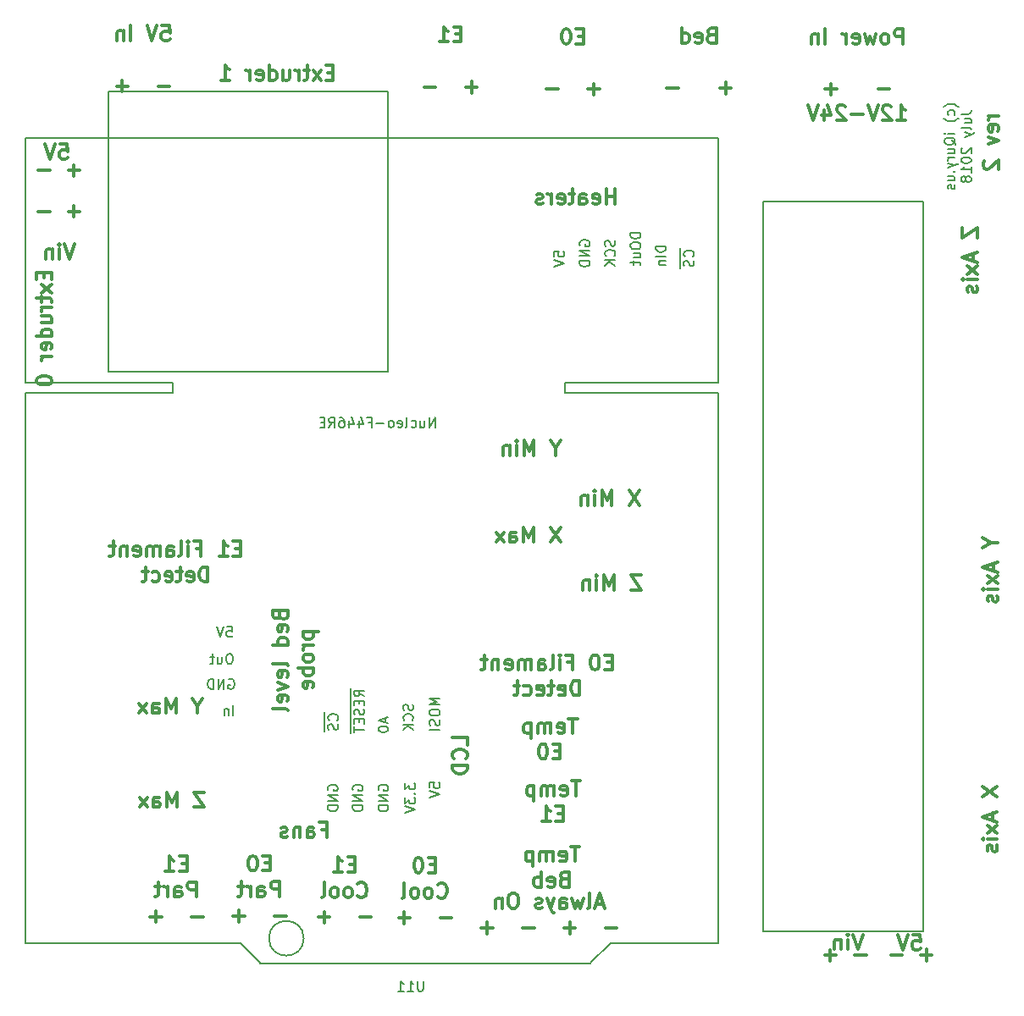
<source format=gbo>
%TF.GenerationSoftware,KiCad,Pcbnew,6.0.0-rc1-unknown-da35b16~65~ubuntu18.04.1*%
%TF.CreationDate,2018-07-20T22:18:30-07:00*%
%TF.ProjectId,PrntrBoardV1,50726E7472426F61726456312E6B6963,rev?*%
%TF.SameCoordinates,Original*%
%TF.FileFunction,Legend,Bot*%
%TF.FilePolarity,Positive*%
%FSLAX46Y46*%
G04 Gerber Fmt 4.6, Leading zero omitted, Abs format (unit mm)*
G04 Created by KiCad (PCBNEW 6.0.0-rc1-unknown-da35b16~65~ubuntu18.04.1) date Fri Jul 20 22:18:30 2018*
%MOMM*%
%LPD*%
G01*
G04 APERTURE LIST*
%ADD10C,0.150000*%
%ADD11C,0.300000*%
G04 APERTURE END LIST*
D10*
X93500000Y-111000000D02*
X109500000Y-111000000D01*
X93500000Y-38000000D02*
X93500000Y-111000000D01*
X109500000Y-38000000D02*
X109500000Y-111000000D01*
X93500000Y-38000000D02*
X109500000Y-38000000D01*
X28000000Y-55000000D02*
X28000000Y-27000000D01*
X56000000Y-55000000D02*
X28000000Y-55000000D01*
X56000000Y-27000000D02*
X56000000Y-55000000D01*
X28000000Y-27000000D02*
X56000000Y-27000000D01*
D11*
X25171428Y-34907142D02*
X24028571Y-34907142D01*
X24600000Y-35478571D02*
X24600000Y-34335714D01*
X22171428Y-34907142D02*
X21028571Y-34907142D01*
X24635714Y-42278571D02*
X24135714Y-43778571D01*
X23635714Y-42278571D01*
X23135714Y-43778571D02*
X23135714Y-42778571D01*
X23135714Y-42278571D02*
X23207142Y-42350000D01*
X23135714Y-42421428D01*
X23064285Y-42350000D01*
X23135714Y-42278571D01*
X23135714Y-42421428D01*
X22421428Y-42778571D02*
X22421428Y-43778571D01*
X22421428Y-42921428D02*
X22350000Y-42850000D01*
X22207142Y-42778571D01*
X21992857Y-42778571D01*
X21850000Y-42850000D01*
X21778571Y-42992857D01*
X21778571Y-43778571D01*
X25171428Y-39007142D02*
X24028571Y-39007142D01*
X24600000Y-39578571D02*
X24600000Y-38435714D01*
X22171428Y-39007142D02*
X21028571Y-39007142D01*
X23185714Y-32278571D02*
X23900000Y-32278571D01*
X23971428Y-32992857D01*
X23900000Y-32921428D01*
X23757142Y-32850000D01*
X23400000Y-32850000D01*
X23257142Y-32921428D01*
X23185714Y-32992857D01*
X23114285Y-33135714D01*
X23114285Y-33492857D01*
X23185714Y-33635714D01*
X23257142Y-33707142D01*
X23400000Y-33778571D01*
X23757142Y-33778571D01*
X23900000Y-33707142D01*
X23971428Y-33635714D01*
X22685714Y-32278571D02*
X22185714Y-33778571D01*
X21685714Y-32278571D01*
X110371428Y-113357142D02*
X109228571Y-113357142D01*
X109800000Y-113928571D02*
X109800000Y-112785714D01*
X107371428Y-113357142D02*
X106228571Y-113357142D01*
X108435714Y-111328571D02*
X109150000Y-111328571D01*
X109221428Y-112042857D01*
X109150000Y-111971428D01*
X109007142Y-111900000D01*
X108650000Y-111900000D01*
X108507142Y-111971428D01*
X108435714Y-112042857D01*
X108364285Y-112185714D01*
X108364285Y-112542857D01*
X108435714Y-112685714D01*
X108507142Y-112757142D01*
X108650000Y-112828571D01*
X109007142Y-112828571D01*
X109150000Y-112757142D01*
X109221428Y-112685714D01*
X107935714Y-111328571D02*
X107435714Y-112828571D01*
X106935714Y-111328571D01*
X99628571Y-113392857D02*
X100771428Y-113392857D01*
X100200000Y-112821428D02*
X100200000Y-113964285D01*
X102628571Y-113392857D02*
X103771428Y-113392857D01*
X103460714Y-111303571D02*
X102960714Y-112803571D01*
X102460714Y-111303571D01*
X101960714Y-112803571D02*
X101960714Y-111803571D01*
X101960714Y-111303571D02*
X102032142Y-111375000D01*
X101960714Y-111446428D01*
X101889285Y-111375000D01*
X101960714Y-111303571D01*
X101960714Y-111446428D01*
X101246428Y-111803571D02*
X101246428Y-112803571D01*
X101246428Y-111946428D02*
X101175000Y-111875000D01*
X101032142Y-111803571D01*
X100817857Y-111803571D01*
X100675000Y-111875000D01*
X100603571Y-112017857D01*
X100603571Y-112803571D01*
X63928571Y-92364285D02*
X63928571Y-91650000D01*
X62428571Y-91650000D01*
X63785714Y-93721428D02*
X63857142Y-93650000D01*
X63928571Y-93435714D01*
X63928571Y-93292857D01*
X63857142Y-93078571D01*
X63714285Y-92935714D01*
X63571428Y-92864285D01*
X63285714Y-92792857D01*
X63071428Y-92792857D01*
X62785714Y-92864285D01*
X62642857Y-92935714D01*
X62500000Y-93078571D01*
X62428571Y-93292857D01*
X62428571Y-93435714D01*
X62500000Y-93650000D01*
X62571428Y-93721428D01*
X63928571Y-94364285D02*
X62428571Y-94364285D01*
X62428571Y-94721428D01*
X62500000Y-94935714D01*
X62642857Y-95078571D01*
X62785714Y-95150000D01*
X63071428Y-95221428D01*
X63285714Y-95221428D01*
X63571428Y-95150000D01*
X63714285Y-95078571D01*
X63857142Y-94935714D01*
X63928571Y-94721428D01*
X63928571Y-94364285D01*
D10*
X50000000Y-96888095D02*
X49952380Y-96792857D01*
X49952380Y-96650000D01*
X50000000Y-96507142D01*
X50095238Y-96411904D01*
X50190476Y-96364285D01*
X50380952Y-96316666D01*
X50523809Y-96316666D01*
X50714285Y-96364285D01*
X50809523Y-96411904D01*
X50904761Y-96507142D01*
X50952380Y-96650000D01*
X50952380Y-96745238D01*
X50904761Y-96888095D01*
X50857142Y-96935714D01*
X50523809Y-96935714D01*
X50523809Y-96745238D01*
X50952380Y-97364285D02*
X49952380Y-97364285D01*
X50952380Y-97935714D01*
X49952380Y-97935714D01*
X50952380Y-98411904D02*
X49952380Y-98411904D01*
X49952380Y-98650000D01*
X50000000Y-98792857D01*
X50095238Y-98888095D01*
X50190476Y-98935714D01*
X50380952Y-98983333D01*
X50523809Y-98983333D01*
X50714285Y-98935714D01*
X50809523Y-98888095D01*
X50904761Y-98792857D01*
X50952380Y-98650000D01*
X50952380Y-98411904D01*
X52500000Y-96888095D02*
X52452380Y-96792857D01*
X52452380Y-96650000D01*
X52500000Y-96507142D01*
X52595238Y-96411904D01*
X52690476Y-96364285D01*
X52880952Y-96316666D01*
X53023809Y-96316666D01*
X53214285Y-96364285D01*
X53309523Y-96411904D01*
X53404761Y-96507142D01*
X53452380Y-96650000D01*
X53452380Y-96745238D01*
X53404761Y-96888095D01*
X53357142Y-96935714D01*
X53023809Y-96935714D01*
X53023809Y-96745238D01*
X53452380Y-97364285D02*
X52452380Y-97364285D01*
X53452380Y-97935714D01*
X52452380Y-97935714D01*
X53452380Y-98411904D02*
X52452380Y-98411904D01*
X52452380Y-98650000D01*
X52500000Y-98792857D01*
X52595238Y-98888095D01*
X52690476Y-98935714D01*
X52880952Y-98983333D01*
X53023809Y-98983333D01*
X53214285Y-98935714D01*
X53309523Y-98888095D01*
X53404761Y-98792857D01*
X53452380Y-98650000D01*
X53452380Y-98411904D01*
X55050000Y-96888095D02*
X55002380Y-96792857D01*
X55002380Y-96650000D01*
X55050000Y-96507142D01*
X55145238Y-96411904D01*
X55240476Y-96364285D01*
X55430952Y-96316666D01*
X55573809Y-96316666D01*
X55764285Y-96364285D01*
X55859523Y-96411904D01*
X55954761Y-96507142D01*
X56002380Y-96650000D01*
X56002380Y-96745238D01*
X55954761Y-96888095D01*
X55907142Y-96935714D01*
X55573809Y-96935714D01*
X55573809Y-96745238D01*
X56002380Y-97364285D02*
X55002380Y-97364285D01*
X56002380Y-97935714D01*
X55002380Y-97935714D01*
X56002380Y-98411904D02*
X55002380Y-98411904D01*
X55002380Y-98650000D01*
X55050000Y-98792857D01*
X55145238Y-98888095D01*
X55240476Y-98935714D01*
X55430952Y-98983333D01*
X55573809Y-98983333D01*
X55764285Y-98935714D01*
X55859523Y-98888095D01*
X55954761Y-98792857D01*
X56002380Y-98650000D01*
X56002380Y-98411904D01*
X57702380Y-96173809D02*
X57702380Y-96792857D01*
X58083333Y-96459523D01*
X58083333Y-96602380D01*
X58130952Y-96697619D01*
X58178571Y-96745238D01*
X58273809Y-96792857D01*
X58511904Y-96792857D01*
X58607142Y-96745238D01*
X58654761Y-96697619D01*
X58702380Y-96602380D01*
X58702380Y-96316666D01*
X58654761Y-96221428D01*
X58607142Y-96173809D01*
X58607142Y-97221428D02*
X58654761Y-97269047D01*
X58702380Y-97221428D01*
X58654761Y-97173809D01*
X58607142Y-97221428D01*
X58702380Y-97221428D01*
X57702380Y-97602380D02*
X57702380Y-98221428D01*
X58083333Y-97888095D01*
X58083333Y-98030952D01*
X58130952Y-98126190D01*
X58178571Y-98173809D01*
X58273809Y-98221428D01*
X58511904Y-98221428D01*
X58607142Y-98173809D01*
X58654761Y-98126190D01*
X58702380Y-98030952D01*
X58702380Y-97745238D01*
X58654761Y-97650000D01*
X58607142Y-97602380D01*
X57702380Y-98507142D02*
X58702380Y-98840476D01*
X57702380Y-99173809D01*
X60152380Y-96609523D02*
X60152380Y-96133333D01*
X60628571Y-96085714D01*
X60580952Y-96133333D01*
X60533333Y-96228571D01*
X60533333Y-96466666D01*
X60580952Y-96561904D01*
X60628571Y-96609523D01*
X60723809Y-96657142D01*
X60961904Y-96657142D01*
X61057142Y-96609523D01*
X61104761Y-96561904D01*
X61152380Y-96466666D01*
X61152380Y-96228571D01*
X61104761Y-96133333D01*
X61057142Y-96085714D01*
X60152380Y-96942857D02*
X61152380Y-97276190D01*
X60152380Y-97609523D01*
X61152380Y-87678571D02*
X60152380Y-87678571D01*
X60866666Y-88011904D01*
X60152380Y-88345238D01*
X61152380Y-88345238D01*
X60152380Y-89011904D02*
X60152380Y-89202380D01*
X60200000Y-89297619D01*
X60295238Y-89392857D01*
X60485714Y-89440476D01*
X60819047Y-89440476D01*
X61009523Y-89392857D01*
X61104761Y-89297619D01*
X61152380Y-89202380D01*
X61152380Y-89011904D01*
X61104761Y-88916666D01*
X61009523Y-88821428D01*
X60819047Y-88773809D01*
X60485714Y-88773809D01*
X60295238Y-88821428D01*
X60200000Y-88916666D01*
X60152380Y-89011904D01*
X61104761Y-89821428D02*
X61152380Y-89964285D01*
X61152380Y-90202380D01*
X61104761Y-90297619D01*
X61057142Y-90345238D01*
X60961904Y-90392857D01*
X60866666Y-90392857D01*
X60771428Y-90345238D01*
X60723809Y-90297619D01*
X60676190Y-90202380D01*
X60628571Y-90011904D01*
X60580952Y-89916666D01*
X60533333Y-89869047D01*
X60438095Y-89821428D01*
X60342857Y-89821428D01*
X60247619Y-89869047D01*
X60200000Y-89916666D01*
X60152380Y-90011904D01*
X60152380Y-90250000D01*
X60200000Y-90392857D01*
X61152380Y-90821428D02*
X60152380Y-90821428D01*
X58454761Y-88314285D02*
X58502380Y-88457142D01*
X58502380Y-88695238D01*
X58454761Y-88790476D01*
X58407142Y-88838095D01*
X58311904Y-88885714D01*
X58216666Y-88885714D01*
X58121428Y-88838095D01*
X58073809Y-88790476D01*
X58026190Y-88695238D01*
X57978571Y-88504761D01*
X57930952Y-88409523D01*
X57883333Y-88361904D01*
X57788095Y-88314285D01*
X57692857Y-88314285D01*
X57597619Y-88361904D01*
X57550000Y-88409523D01*
X57502380Y-88504761D01*
X57502380Y-88742857D01*
X57550000Y-88885714D01*
X58407142Y-89885714D02*
X58454761Y-89838095D01*
X58502380Y-89695238D01*
X58502380Y-89600000D01*
X58454761Y-89457142D01*
X58359523Y-89361904D01*
X58264285Y-89314285D01*
X58073809Y-89266666D01*
X57930952Y-89266666D01*
X57740476Y-89314285D01*
X57645238Y-89361904D01*
X57550000Y-89457142D01*
X57502380Y-89600000D01*
X57502380Y-89695238D01*
X57550000Y-89838095D01*
X57597619Y-89885714D01*
X58502380Y-90314285D02*
X57502380Y-90314285D01*
X58502380Y-90885714D02*
X57930952Y-90457142D01*
X57502380Y-90885714D02*
X58073809Y-90314285D01*
X55716666Y-89635714D02*
X55716666Y-90111904D01*
X56002380Y-89540476D02*
X55002380Y-89873809D01*
X56002380Y-90207142D01*
X55002380Y-90730952D02*
X55002380Y-90826190D01*
X55050000Y-90921428D01*
X55097619Y-90969047D01*
X55192857Y-91016666D01*
X55383333Y-91064285D01*
X55621428Y-91064285D01*
X55811904Y-91016666D01*
X55907142Y-90969047D01*
X55954761Y-90921428D01*
X56002380Y-90826190D01*
X56002380Y-90730952D01*
X55954761Y-90635714D01*
X55907142Y-90588095D01*
X55811904Y-90540476D01*
X55621428Y-90492857D01*
X55383333Y-90492857D01*
X55192857Y-90540476D01*
X55097619Y-90588095D01*
X55050000Y-90635714D01*
X55002380Y-90730952D01*
X52235000Y-86688095D02*
X52235000Y-87688095D01*
X53602380Y-87497619D02*
X53126190Y-87164285D01*
X53602380Y-86926190D02*
X52602380Y-86926190D01*
X52602380Y-87307142D01*
X52650000Y-87402380D01*
X52697619Y-87450000D01*
X52792857Y-87497619D01*
X52935714Y-87497619D01*
X53030952Y-87450000D01*
X53078571Y-87402380D01*
X53126190Y-87307142D01*
X53126190Y-86926190D01*
X52235000Y-87688095D02*
X52235000Y-88592857D01*
X53078571Y-87926190D02*
X53078571Y-88259523D01*
X53602380Y-88402380D02*
X53602380Y-87926190D01*
X52602380Y-87926190D01*
X52602380Y-88402380D01*
X52235000Y-88592857D02*
X52235000Y-89545238D01*
X53554761Y-88783333D02*
X53602380Y-88926190D01*
X53602380Y-89164285D01*
X53554761Y-89259523D01*
X53507142Y-89307142D01*
X53411904Y-89354761D01*
X53316666Y-89354761D01*
X53221428Y-89307142D01*
X53173809Y-89259523D01*
X53126190Y-89164285D01*
X53078571Y-88973809D01*
X53030952Y-88878571D01*
X52983333Y-88830952D01*
X52888095Y-88783333D01*
X52792857Y-88783333D01*
X52697619Y-88830952D01*
X52650000Y-88878571D01*
X52602380Y-88973809D01*
X52602380Y-89211904D01*
X52650000Y-89354761D01*
X52235000Y-89545238D02*
X52235000Y-90450000D01*
X53078571Y-89783333D02*
X53078571Y-90116666D01*
X53602380Y-90259523D02*
X53602380Y-89783333D01*
X52602380Y-89783333D01*
X52602380Y-90259523D01*
X52235000Y-90450000D02*
X52235000Y-91211904D01*
X52602380Y-90545238D02*
X52602380Y-91116666D01*
X53602380Y-90830952D02*
X52602380Y-90830952D01*
X49635000Y-89073809D02*
X49635000Y-90073809D01*
X50907142Y-89883333D02*
X50954761Y-89835714D01*
X51002380Y-89692857D01*
X51002380Y-89597619D01*
X50954761Y-89454761D01*
X50859523Y-89359523D01*
X50764285Y-89311904D01*
X50573809Y-89264285D01*
X50430952Y-89264285D01*
X50240476Y-89311904D01*
X50145238Y-89359523D01*
X50050000Y-89454761D01*
X50002380Y-89597619D01*
X50002380Y-89692857D01*
X50050000Y-89835714D01*
X50097619Y-89883333D01*
X49635000Y-90073809D02*
X49635000Y-91026190D01*
X50954761Y-90264285D02*
X51002380Y-90407142D01*
X51002380Y-90645238D01*
X50954761Y-90740476D01*
X50907142Y-90788095D01*
X50811904Y-90835714D01*
X50716666Y-90835714D01*
X50621428Y-90788095D01*
X50573809Y-90740476D01*
X50526190Y-90645238D01*
X50478571Y-90454761D01*
X50430952Y-90359523D01*
X50383333Y-90311904D01*
X50288095Y-90264285D01*
X50192857Y-90264285D01*
X50097619Y-90311904D01*
X50050000Y-90359523D01*
X50002380Y-90454761D01*
X50002380Y-90692857D01*
X50050000Y-90835714D01*
X85191000Y-42711809D02*
X85191000Y-43711809D01*
X86463142Y-43521333D02*
X86510761Y-43473714D01*
X86558380Y-43330857D01*
X86558380Y-43235619D01*
X86510761Y-43092761D01*
X86415523Y-42997523D01*
X86320285Y-42949904D01*
X86129809Y-42902285D01*
X85986952Y-42902285D01*
X85796476Y-42949904D01*
X85701238Y-42997523D01*
X85606000Y-43092761D01*
X85558380Y-43235619D01*
X85558380Y-43330857D01*
X85606000Y-43473714D01*
X85653619Y-43521333D01*
X85191000Y-43711809D02*
X85191000Y-44664190D01*
X86510761Y-43902285D02*
X86558380Y-44045142D01*
X86558380Y-44283238D01*
X86510761Y-44378476D01*
X86463142Y-44426095D01*
X86367904Y-44473714D01*
X86272666Y-44473714D01*
X86177428Y-44426095D01*
X86129809Y-44378476D01*
X86082190Y-44283238D01*
X86034571Y-44092761D01*
X85986952Y-43997523D01*
X85939333Y-43949904D01*
X85844095Y-43902285D01*
X85748857Y-43902285D01*
X85653619Y-43949904D01*
X85606000Y-43997523D01*
X85558380Y-44092761D01*
X85558380Y-44330857D01*
X85606000Y-44473714D01*
X83764380Y-42481619D02*
X82764380Y-42481619D01*
X82764380Y-42719714D01*
X82812000Y-42862571D01*
X82907238Y-42957809D01*
X83002476Y-43005428D01*
X83192952Y-43053047D01*
X83335809Y-43053047D01*
X83526285Y-43005428D01*
X83621523Y-42957809D01*
X83716761Y-42862571D01*
X83764380Y-42719714D01*
X83764380Y-42481619D01*
X83764380Y-43481619D02*
X82764380Y-43481619D01*
X83097714Y-43957809D02*
X83764380Y-43957809D01*
X83192952Y-43957809D02*
X83145333Y-44005428D01*
X83097714Y-44100666D01*
X83097714Y-44243523D01*
X83145333Y-44338761D01*
X83240571Y-44386380D01*
X83764380Y-44386380D01*
X81224380Y-41148190D02*
X80224380Y-41148190D01*
X80224380Y-41386285D01*
X80272000Y-41529142D01*
X80367238Y-41624380D01*
X80462476Y-41672000D01*
X80652952Y-41719619D01*
X80795809Y-41719619D01*
X80986285Y-41672000D01*
X81081523Y-41624380D01*
X81176761Y-41529142D01*
X81224380Y-41386285D01*
X81224380Y-41148190D01*
X80224380Y-42338666D02*
X80224380Y-42529142D01*
X80272000Y-42624380D01*
X80367238Y-42719619D01*
X80557714Y-42767238D01*
X80891047Y-42767238D01*
X81081523Y-42719619D01*
X81176761Y-42624380D01*
X81224380Y-42529142D01*
X81224380Y-42338666D01*
X81176761Y-42243428D01*
X81081523Y-42148190D01*
X80891047Y-42100571D01*
X80557714Y-42100571D01*
X80367238Y-42148190D01*
X80272000Y-42243428D01*
X80224380Y-42338666D01*
X80557714Y-43624380D02*
X81224380Y-43624380D01*
X80557714Y-43195809D02*
X81081523Y-43195809D01*
X81176761Y-43243428D01*
X81224380Y-43338666D01*
X81224380Y-43481523D01*
X81176761Y-43576761D01*
X81129142Y-43624380D01*
X80557714Y-43957714D02*
X80557714Y-44338666D01*
X80224380Y-44100571D02*
X81081523Y-44100571D01*
X81176761Y-44148190D01*
X81224380Y-44243428D01*
X81224380Y-44338666D01*
X78636761Y-41894285D02*
X78684380Y-42037142D01*
X78684380Y-42275238D01*
X78636761Y-42370476D01*
X78589142Y-42418095D01*
X78493904Y-42465714D01*
X78398666Y-42465714D01*
X78303428Y-42418095D01*
X78255809Y-42370476D01*
X78208190Y-42275238D01*
X78160571Y-42084761D01*
X78112952Y-41989523D01*
X78065333Y-41941904D01*
X77970095Y-41894285D01*
X77874857Y-41894285D01*
X77779619Y-41941904D01*
X77732000Y-41989523D01*
X77684380Y-42084761D01*
X77684380Y-42322857D01*
X77732000Y-42465714D01*
X78589142Y-43465714D02*
X78636761Y-43418095D01*
X78684380Y-43275238D01*
X78684380Y-43180000D01*
X78636761Y-43037142D01*
X78541523Y-42941904D01*
X78446285Y-42894285D01*
X78255809Y-42846666D01*
X78112952Y-42846666D01*
X77922476Y-42894285D01*
X77827238Y-42941904D01*
X77732000Y-43037142D01*
X77684380Y-43180000D01*
X77684380Y-43275238D01*
X77732000Y-43418095D01*
X77779619Y-43465714D01*
X78684380Y-43894285D02*
X77684380Y-43894285D01*
X78684380Y-44465714D02*
X78112952Y-44037142D01*
X77684380Y-44465714D02*
X78255809Y-43894285D01*
X75192000Y-42418095D02*
X75144380Y-42322857D01*
X75144380Y-42180000D01*
X75192000Y-42037142D01*
X75287238Y-41941904D01*
X75382476Y-41894285D01*
X75572952Y-41846666D01*
X75715809Y-41846666D01*
X75906285Y-41894285D01*
X76001523Y-41941904D01*
X76096761Y-42037142D01*
X76144380Y-42180000D01*
X76144380Y-42275238D01*
X76096761Y-42418095D01*
X76049142Y-42465714D01*
X75715809Y-42465714D01*
X75715809Y-42275238D01*
X76144380Y-42894285D02*
X75144380Y-42894285D01*
X76144380Y-43465714D01*
X75144380Y-43465714D01*
X76144380Y-43941904D02*
X75144380Y-43941904D01*
X75144380Y-44180000D01*
X75192000Y-44322857D01*
X75287238Y-44418095D01*
X75382476Y-44465714D01*
X75572952Y-44513333D01*
X75715809Y-44513333D01*
X75906285Y-44465714D01*
X76001523Y-44418095D01*
X76096761Y-44322857D01*
X76144380Y-44180000D01*
X76144380Y-43941904D01*
X72604380Y-43497523D02*
X72604380Y-43021333D01*
X73080571Y-42973714D01*
X73032952Y-43021333D01*
X72985333Y-43116571D01*
X72985333Y-43354666D01*
X73032952Y-43449904D01*
X73080571Y-43497523D01*
X73175809Y-43545142D01*
X73413904Y-43545142D01*
X73509142Y-43497523D01*
X73556761Y-43449904D01*
X73604380Y-43354666D01*
X73604380Y-43116571D01*
X73556761Y-43021333D01*
X73509142Y-42973714D01*
X72604380Y-43830857D02*
X73604380Y-44164190D01*
X72604380Y-44497523D01*
X40502380Y-89402380D02*
X40502380Y-88402380D01*
X40026190Y-88735714D02*
X40026190Y-89402380D01*
X40026190Y-88830952D02*
X39978571Y-88783333D01*
X39883333Y-88735714D01*
X39740476Y-88735714D01*
X39645238Y-88783333D01*
X39597619Y-88878571D01*
X39597619Y-89402380D01*
X40061904Y-85800000D02*
X40157142Y-85752380D01*
X40300000Y-85752380D01*
X40442857Y-85800000D01*
X40538095Y-85895238D01*
X40585714Y-85990476D01*
X40633333Y-86180952D01*
X40633333Y-86323809D01*
X40585714Y-86514285D01*
X40538095Y-86609523D01*
X40442857Y-86704761D01*
X40300000Y-86752380D01*
X40204761Y-86752380D01*
X40061904Y-86704761D01*
X40014285Y-86657142D01*
X40014285Y-86323809D01*
X40204761Y-86323809D01*
X39585714Y-86752380D02*
X39585714Y-85752380D01*
X39014285Y-86752380D01*
X39014285Y-85752380D01*
X38538095Y-86752380D02*
X38538095Y-85752380D01*
X38300000Y-85752380D01*
X38157142Y-85800000D01*
X38061904Y-85895238D01*
X38014285Y-85990476D01*
X37966666Y-86180952D01*
X37966666Y-86323809D01*
X38014285Y-86514285D01*
X38061904Y-86609523D01*
X38157142Y-86704761D01*
X38300000Y-86752380D01*
X38538095Y-86752380D01*
X40233333Y-83252380D02*
X40042857Y-83252380D01*
X39947619Y-83300000D01*
X39852380Y-83395238D01*
X39804761Y-83585714D01*
X39804761Y-83919047D01*
X39852380Y-84109523D01*
X39947619Y-84204761D01*
X40042857Y-84252380D01*
X40233333Y-84252380D01*
X40328571Y-84204761D01*
X40423809Y-84109523D01*
X40471428Y-83919047D01*
X40471428Y-83585714D01*
X40423809Y-83395238D01*
X40328571Y-83300000D01*
X40233333Y-83252380D01*
X38947619Y-83585714D02*
X38947619Y-84252380D01*
X39376190Y-83585714D02*
X39376190Y-84109523D01*
X39328571Y-84204761D01*
X39233333Y-84252380D01*
X39090476Y-84252380D01*
X38995238Y-84204761D01*
X38947619Y-84157142D01*
X38614285Y-83585714D02*
X38233333Y-83585714D01*
X38471428Y-83252380D02*
X38471428Y-84109523D01*
X38423809Y-84204761D01*
X38328571Y-84252380D01*
X38233333Y-84252380D01*
X39890476Y-80552380D02*
X40366666Y-80552380D01*
X40414285Y-81028571D01*
X40366666Y-80980952D01*
X40271428Y-80933333D01*
X40033333Y-80933333D01*
X39938095Y-80980952D01*
X39890476Y-81028571D01*
X39842857Y-81123809D01*
X39842857Y-81361904D01*
X39890476Y-81457142D01*
X39938095Y-81504761D01*
X40033333Y-81552380D01*
X40271428Y-81552380D01*
X40366666Y-81504761D01*
X40414285Y-81457142D01*
X39557142Y-80552380D02*
X39223809Y-81552380D01*
X38890476Y-80552380D01*
X60688095Y-60602380D02*
X60688095Y-59602380D01*
X60116666Y-60602380D01*
X60116666Y-59602380D01*
X59211904Y-59935714D02*
X59211904Y-60602380D01*
X59640476Y-59935714D02*
X59640476Y-60459523D01*
X59592857Y-60554761D01*
X59497619Y-60602380D01*
X59354761Y-60602380D01*
X59259523Y-60554761D01*
X59211904Y-60507142D01*
X58307142Y-60554761D02*
X58402380Y-60602380D01*
X58592857Y-60602380D01*
X58688095Y-60554761D01*
X58735714Y-60507142D01*
X58783333Y-60411904D01*
X58783333Y-60126190D01*
X58735714Y-60030952D01*
X58688095Y-59983333D01*
X58592857Y-59935714D01*
X58402380Y-59935714D01*
X58307142Y-59983333D01*
X57735714Y-60602380D02*
X57830952Y-60554761D01*
X57878571Y-60459523D01*
X57878571Y-59602380D01*
X56973809Y-60554761D02*
X57069047Y-60602380D01*
X57259523Y-60602380D01*
X57354761Y-60554761D01*
X57402380Y-60459523D01*
X57402380Y-60078571D01*
X57354761Y-59983333D01*
X57259523Y-59935714D01*
X57069047Y-59935714D01*
X56973809Y-59983333D01*
X56926190Y-60078571D01*
X56926190Y-60173809D01*
X57402380Y-60269047D01*
X56354761Y-60602380D02*
X56450000Y-60554761D01*
X56497619Y-60507142D01*
X56545238Y-60411904D01*
X56545238Y-60126190D01*
X56497619Y-60030952D01*
X56450000Y-59983333D01*
X56354761Y-59935714D01*
X56211904Y-59935714D01*
X56116666Y-59983333D01*
X56069047Y-60030952D01*
X56021428Y-60126190D01*
X56021428Y-60411904D01*
X56069047Y-60507142D01*
X56116666Y-60554761D01*
X56211904Y-60602380D01*
X56354761Y-60602380D01*
X55592857Y-60221428D02*
X54830952Y-60221428D01*
X54021428Y-60078571D02*
X54354761Y-60078571D01*
X54354761Y-60602380D02*
X54354761Y-59602380D01*
X53878571Y-59602380D01*
X53069047Y-59935714D02*
X53069047Y-60602380D01*
X53307142Y-59554761D02*
X53545238Y-60269047D01*
X52926190Y-60269047D01*
X52116666Y-59935714D02*
X52116666Y-60602380D01*
X52354761Y-59554761D02*
X52592857Y-60269047D01*
X51973809Y-60269047D01*
X51164285Y-59602380D02*
X51354761Y-59602380D01*
X51450000Y-59650000D01*
X51497619Y-59697619D01*
X51592857Y-59840476D01*
X51640476Y-60030952D01*
X51640476Y-60411904D01*
X51592857Y-60507142D01*
X51545238Y-60554761D01*
X51450000Y-60602380D01*
X51259523Y-60602380D01*
X51164285Y-60554761D01*
X51116666Y-60507142D01*
X51069047Y-60411904D01*
X51069047Y-60173809D01*
X51116666Y-60078571D01*
X51164285Y-60030952D01*
X51259523Y-59983333D01*
X51450000Y-59983333D01*
X51545238Y-60030952D01*
X51592857Y-60078571D01*
X51640476Y-60173809D01*
X50069047Y-60602380D02*
X50402380Y-60126190D01*
X50640476Y-60602380D02*
X50640476Y-59602380D01*
X50259523Y-59602380D01*
X50164285Y-59650000D01*
X50116666Y-59697619D01*
X50069047Y-59792857D01*
X50069047Y-59935714D01*
X50116666Y-60030952D01*
X50164285Y-60078571D01*
X50259523Y-60126190D01*
X50640476Y-60126190D01*
X49640476Y-60078571D02*
X49307142Y-60078571D01*
X49164285Y-60602380D02*
X49640476Y-60602380D01*
X49640476Y-59602380D01*
X49164285Y-59602380D01*
D11*
X116978571Y-29492857D02*
X115978571Y-29492857D01*
X116264285Y-29492857D02*
X116121428Y-29564285D01*
X116050000Y-29635714D01*
X115978571Y-29778571D01*
X115978571Y-29921428D01*
X116907142Y-30992857D02*
X116978571Y-30850000D01*
X116978571Y-30564285D01*
X116907142Y-30421428D01*
X116764285Y-30350000D01*
X116192857Y-30350000D01*
X116050000Y-30421428D01*
X115978571Y-30564285D01*
X115978571Y-30850000D01*
X116050000Y-30992857D01*
X116192857Y-31064285D01*
X116335714Y-31064285D01*
X116478571Y-30350000D01*
X115978571Y-31564285D02*
X116978571Y-31921428D01*
X115978571Y-32278571D01*
X115621428Y-33921428D02*
X115550000Y-33992857D01*
X115478571Y-34135714D01*
X115478571Y-34492857D01*
X115550000Y-34635714D01*
X115621428Y-34707142D01*
X115764285Y-34778571D01*
X115907142Y-34778571D01*
X116121428Y-34707142D01*
X116978571Y-33850000D01*
X116978571Y-34778571D01*
D10*
X113008333Y-28547619D02*
X112960714Y-28500000D01*
X112817857Y-28404761D01*
X112722619Y-28357142D01*
X112579761Y-28309523D01*
X112341666Y-28261904D01*
X112151190Y-28261904D01*
X111913095Y-28309523D01*
X111770238Y-28357142D01*
X111675000Y-28404761D01*
X111532142Y-28500000D01*
X111484523Y-28547619D01*
X112579761Y-29357142D02*
X112627380Y-29261904D01*
X112627380Y-29071428D01*
X112579761Y-28976190D01*
X112532142Y-28928571D01*
X112436904Y-28880952D01*
X112151190Y-28880952D01*
X112055952Y-28928571D01*
X112008333Y-28976190D01*
X111960714Y-29071428D01*
X111960714Y-29261904D01*
X112008333Y-29357142D01*
X113008333Y-29690476D02*
X112960714Y-29738095D01*
X112817857Y-29833333D01*
X112722619Y-29880952D01*
X112579761Y-29928571D01*
X112341666Y-29976190D01*
X112151190Y-29976190D01*
X111913095Y-29928571D01*
X111770238Y-29880952D01*
X111675000Y-29833333D01*
X111532142Y-29738095D01*
X111484523Y-29690476D01*
X112627380Y-31214285D02*
X111960714Y-31214285D01*
X111627380Y-31214285D02*
X111675000Y-31166666D01*
X111722619Y-31214285D01*
X111675000Y-31261904D01*
X111627380Y-31214285D01*
X111722619Y-31214285D01*
X112722619Y-32357142D02*
X112675000Y-32261904D01*
X112579761Y-32166666D01*
X112436904Y-32023809D01*
X112389285Y-31928571D01*
X112389285Y-31833333D01*
X112627380Y-31880952D02*
X112579761Y-31785714D01*
X112484523Y-31690476D01*
X112294047Y-31642857D01*
X111960714Y-31642857D01*
X111770238Y-31690476D01*
X111675000Y-31785714D01*
X111627380Y-31880952D01*
X111627380Y-32071428D01*
X111675000Y-32166666D01*
X111770238Y-32261904D01*
X111960714Y-32309523D01*
X112294047Y-32309523D01*
X112484523Y-32261904D01*
X112579761Y-32166666D01*
X112627380Y-32071428D01*
X112627380Y-31880952D01*
X111960714Y-33166666D02*
X112627380Y-33166666D01*
X111960714Y-32738095D02*
X112484523Y-32738095D01*
X112579761Y-32785714D01*
X112627380Y-32880952D01*
X112627380Y-33023809D01*
X112579761Y-33119047D01*
X112532142Y-33166666D01*
X112627380Y-33642857D02*
X111960714Y-33642857D01*
X112151190Y-33642857D02*
X112055952Y-33690476D01*
X112008333Y-33738095D01*
X111960714Y-33833333D01*
X111960714Y-33928571D01*
X111960714Y-34166666D02*
X112627380Y-34404761D01*
X111960714Y-34642857D02*
X112627380Y-34404761D01*
X112865476Y-34309523D01*
X112913095Y-34261904D01*
X112960714Y-34166666D01*
X112532142Y-35023809D02*
X112579761Y-35071428D01*
X112627380Y-35023809D01*
X112579761Y-34976190D01*
X112532142Y-35023809D01*
X112627380Y-35023809D01*
X111960714Y-35928571D02*
X112627380Y-35928571D01*
X111960714Y-35500000D02*
X112484523Y-35500000D01*
X112579761Y-35547619D01*
X112627380Y-35642857D01*
X112627380Y-35785714D01*
X112579761Y-35880952D01*
X112532142Y-35928571D01*
X112579761Y-36357142D02*
X112627380Y-36452380D01*
X112627380Y-36642857D01*
X112579761Y-36738095D01*
X112484523Y-36785714D01*
X112436904Y-36785714D01*
X112341666Y-36738095D01*
X112294047Y-36642857D01*
X112294047Y-36500000D01*
X112246428Y-36404761D01*
X112151190Y-36357142D01*
X112103571Y-36357142D01*
X112008333Y-36404761D01*
X111960714Y-36500000D01*
X111960714Y-36642857D01*
X112008333Y-36738095D01*
X113277380Y-29261904D02*
X113991666Y-29261904D01*
X114134523Y-29214285D01*
X114229761Y-29119047D01*
X114277380Y-28976190D01*
X114277380Y-28880952D01*
X113610714Y-30166666D02*
X114277380Y-30166666D01*
X113610714Y-29738095D02*
X114134523Y-29738095D01*
X114229761Y-29785714D01*
X114277380Y-29880952D01*
X114277380Y-30023809D01*
X114229761Y-30119047D01*
X114182142Y-30166666D01*
X114277380Y-30785714D02*
X114229761Y-30690476D01*
X114134523Y-30642857D01*
X113277380Y-30642857D01*
X113610714Y-31071428D02*
X114277380Y-31309523D01*
X113610714Y-31547619D02*
X114277380Y-31309523D01*
X114515476Y-31214285D01*
X114563095Y-31166666D01*
X114610714Y-31071428D01*
X113372619Y-32642857D02*
X113325000Y-32690476D01*
X113277380Y-32785714D01*
X113277380Y-33023809D01*
X113325000Y-33119047D01*
X113372619Y-33166666D01*
X113467857Y-33214285D01*
X113563095Y-33214285D01*
X113705952Y-33166666D01*
X114277380Y-32595238D01*
X114277380Y-33214285D01*
X113277380Y-33833333D02*
X113277380Y-33928571D01*
X113325000Y-34023809D01*
X113372619Y-34071428D01*
X113467857Y-34119047D01*
X113658333Y-34166666D01*
X113896428Y-34166666D01*
X114086904Y-34119047D01*
X114182142Y-34071428D01*
X114229761Y-34023809D01*
X114277380Y-33928571D01*
X114277380Y-33833333D01*
X114229761Y-33738095D01*
X114182142Y-33690476D01*
X114086904Y-33642857D01*
X113896428Y-33595238D01*
X113658333Y-33595238D01*
X113467857Y-33642857D01*
X113372619Y-33690476D01*
X113325000Y-33738095D01*
X113277380Y-33833333D01*
X114277380Y-35119047D02*
X114277380Y-34547619D01*
X114277380Y-34833333D02*
X113277380Y-34833333D01*
X113420238Y-34738095D01*
X113515476Y-34642857D01*
X113563095Y-34547619D01*
X113705952Y-35690476D02*
X113658333Y-35595238D01*
X113610714Y-35547619D01*
X113515476Y-35500000D01*
X113467857Y-35500000D01*
X113372619Y-35547619D01*
X113325000Y-35595238D01*
X113277380Y-35690476D01*
X113277380Y-35880952D01*
X113325000Y-35976190D01*
X113372619Y-36023809D01*
X113467857Y-36071428D01*
X113515476Y-36071428D01*
X113610714Y-36023809D01*
X113658333Y-35976190D01*
X113705952Y-35880952D01*
X113705952Y-35690476D01*
X113753571Y-35595238D01*
X113801190Y-35547619D01*
X113896428Y-35500000D01*
X114086904Y-35500000D01*
X114182142Y-35547619D01*
X114229761Y-35595238D01*
X114277380Y-35690476D01*
X114277380Y-35880952D01*
X114229761Y-35976190D01*
X114182142Y-36023809D01*
X114086904Y-36071428D01*
X113896428Y-36071428D01*
X113801190Y-36023809D01*
X113753571Y-35976190D01*
X113705952Y-35880952D01*
D11*
X45167857Y-79421428D02*
X45239285Y-79635714D01*
X45310714Y-79707142D01*
X45453571Y-79778571D01*
X45667857Y-79778571D01*
X45810714Y-79707142D01*
X45882142Y-79635714D01*
X45953571Y-79492857D01*
X45953571Y-78921428D01*
X44453571Y-78921428D01*
X44453571Y-79421428D01*
X44525000Y-79564285D01*
X44596428Y-79635714D01*
X44739285Y-79707142D01*
X44882142Y-79707142D01*
X45025000Y-79635714D01*
X45096428Y-79564285D01*
X45167857Y-79421428D01*
X45167857Y-78921428D01*
X45882142Y-80992857D02*
X45953571Y-80850000D01*
X45953571Y-80564285D01*
X45882142Y-80421428D01*
X45739285Y-80350000D01*
X45167857Y-80350000D01*
X45025000Y-80421428D01*
X44953571Y-80564285D01*
X44953571Y-80850000D01*
X45025000Y-80992857D01*
X45167857Y-81064285D01*
X45310714Y-81064285D01*
X45453571Y-80350000D01*
X45953571Y-82350000D02*
X44453571Y-82350000D01*
X45882142Y-82350000D02*
X45953571Y-82207142D01*
X45953571Y-81921428D01*
X45882142Y-81778571D01*
X45810714Y-81707142D01*
X45667857Y-81635714D01*
X45239285Y-81635714D01*
X45096428Y-81707142D01*
X45025000Y-81778571D01*
X44953571Y-81921428D01*
X44953571Y-82207142D01*
X45025000Y-82350000D01*
X45953571Y-84421428D02*
X45882142Y-84278571D01*
X45739285Y-84207142D01*
X44453571Y-84207142D01*
X45882142Y-85564285D02*
X45953571Y-85421428D01*
X45953571Y-85135714D01*
X45882142Y-84992857D01*
X45739285Y-84921428D01*
X45167857Y-84921428D01*
X45025000Y-84992857D01*
X44953571Y-85135714D01*
X44953571Y-85421428D01*
X45025000Y-85564285D01*
X45167857Y-85635714D01*
X45310714Y-85635714D01*
X45453571Y-84921428D01*
X44953571Y-86135714D02*
X45953571Y-86492857D01*
X44953571Y-86850000D01*
X45882142Y-87992857D02*
X45953571Y-87850000D01*
X45953571Y-87564285D01*
X45882142Y-87421428D01*
X45739285Y-87350000D01*
X45167857Y-87350000D01*
X45025000Y-87421428D01*
X44953571Y-87564285D01*
X44953571Y-87850000D01*
X45025000Y-87992857D01*
X45167857Y-88064285D01*
X45310714Y-88064285D01*
X45453571Y-87350000D01*
X45953571Y-88921428D02*
X45882142Y-88778571D01*
X45739285Y-88707142D01*
X44453571Y-88707142D01*
X47503571Y-81064285D02*
X49003571Y-81064285D01*
X47575000Y-81064285D02*
X47503571Y-81207142D01*
X47503571Y-81492857D01*
X47575000Y-81635714D01*
X47646428Y-81707142D01*
X47789285Y-81778571D01*
X48217857Y-81778571D01*
X48360714Y-81707142D01*
X48432142Y-81635714D01*
X48503571Y-81492857D01*
X48503571Y-81207142D01*
X48432142Y-81064285D01*
X48503571Y-82421428D02*
X47503571Y-82421428D01*
X47789285Y-82421428D02*
X47646428Y-82492857D01*
X47575000Y-82564285D01*
X47503571Y-82707142D01*
X47503571Y-82850000D01*
X48503571Y-83564285D02*
X48432142Y-83421428D01*
X48360714Y-83350000D01*
X48217857Y-83278571D01*
X47789285Y-83278571D01*
X47646428Y-83350000D01*
X47575000Y-83421428D01*
X47503571Y-83564285D01*
X47503571Y-83778571D01*
X47575000Y-83921428D01*
X47646428Y-83992857D01*
X47789285Y-84064285D01*
X48217857Y-84064285D01*
X48360714Y-83992857D01*
X48432142Y-83921428D01*
X48503571Y-83778571D01*
X48503571Y-83564285D01*
X48503571Y-84707142D02*
X47003571Y-84707142D01*
X47575000Y-84707142D02*
X47503571Y-84850000D01*
X47503571Y-85135714D01*
X47575000Y-85278571D01*
X47646428Y-85350000D01*
X47789285Y-85421428D01*
X48217857Y-85421428D01*
X48360714Y-85350000D01*
X48432142Y-85278571D01*
X48503571Y-85135714D01*
X48503571Y-84850000D01*
X48432142Y-84707142D01*
X48432142Y-86635714D02*
X48503571Y-86492857D01*
X48503571Y-86207142D01*
X48432142Y-86064285D01*
X48289285Y-85992857D01*
X47717857Y-85992857D01*
X47575000Y-86064285D01*
X47503571Y-86207142D01*
X47503571Y-86492857D01*
X47575000Y-86635714D01*
X47717857Y-86707142D01*
X47860714Y-86707142D01*
X48003571Y-85992857D01*
X74900000Y-89703571D02*
X74042857Y-89703571D01*
X74471428Y-91203571D02*
X74471428Y-89703571D01*
X72971428Y-91132142D02*
X73114285Y-91203571D01*
X73400000Y-91203571D01*
X73542857Y-91132142D01*
X73614285Y-90989285D01*
X73614285Y-90417857D01*
X73542857Y-90275000D01*
X73400000Y-90203571D01*
X73114285Y-90203571D01*
X72971428Y-90275000D01*
X72900000Y-90417857D01*
X72900000Y-90560714D01*
X73614285Y-90703571D01*
X72257142Y-91203571D02*
X72257142Y-90203571D01*
X72257142Y-90346428D02*
X72185714Y-90275000D01*
X72042857Y-90203571D01*
X71828571Y-90203571D01*
X71685714Y-90275000D01*
X71614285Y-90417857D01*
X71614285Y-91203571D01*
X71614285Y-90417857D02*
X71542857Y-90275000D01*
X71400000Y-90203571D01*
X71185714Y-90203571D01*
X71042857Y-90275000D01*
X70971428Y-90417857D01*
X70971428Y-91203571D01*
X70257142Y-90203571D02*
X70257142Y-91703571D01*
X70257142Y-90275000D02*
X70114285Y-90203571D01*
X69828571Y-90203571D01*
X69685714Y-90275000D01*
X69614285Y-90346428D01*
X69542857Y-90489285D01*
X69542857Y-90917857D01*
X69614285Y-91060714D01*
X69685714Y-91132142D01*
X69828571Y-91203571D01*
X70114285Y-91203571D01*
X70257142Y-91132142D01*
X73185714Y-92967857D02*
X72685714Y-92967857D01*
X72471428Y-93753571D02*
X73185714Y-93753571D01*
X73185714Y-92253571D01*
X72471428Y-92253571D01*
X71542857Y-92253571D02*
X71400000Y-92253571D01*
X71257142Y-92325000D01*
X71185714Y-92396428D01*
X71114285Y-92539285D01*
X71042857Y-92825000D01*
X71042857Y-93182142D01*
X71114285Y-93467857D01*
X71185714Y-93610714D01*
X71257142Y-93682142D01*
X71400000Y-93753571D01*
X71542857Y-93753571D01*
X71685714Y-93682142D01*
X71757142Y-93610714D01*
X71828571Y-93467857D01*
X71900000Y-93182142D01*
X71900000Y-92825000D01*
X71828571Y-92539285D01*
X71757142Y-92396428D01*
X71685714Y-92325000D01*
X71542857Y-92253571D01*
X75200000Y-95953571D02*
X74342857Y-95953571D01*
X74771428Y-97453571D02*
X74771428Y-95953571D01*
X73271428Y-97382142D02*
X73414285Y-97453571D01*
X73700000Y-97453571D01*
X73842857Y-97382142D01*
X73914285Y-97239285D01*
X73914285Y-96667857D01*
X73842857Y-96525000D01*
X73700000Y-96453571D01*
X73414285Y-96453571D01*
X73271428Y-96525000D01*
X73200000Y-96667857D01*
X73200000Y-96810714D01*
X73914285Y-96953571D01*
X72557142Y-97453571D02*
X72557142Y-96453571D01*
X72557142Y-96596428D02*
X72485714Y-96525000D01*
X72342857Y-96453571D01*
X72128571Y-96453571D01*
X71985714Y-96525000D01*
X71914285Y-96667857D01*
X71914285Y-97453571D01*
X71914285Y-96667857D02*
X71842857Y-96525000D01*
X71700000Y-96453571D01*
X71485714Y-96453571D01*
X71342857Y-96525000D01*
X71271428Y-96667857D01*
X71271428Y-97453571D01*
X70557142Y-96453571D02*
X70557142Y-97953571D01*
X70557142Y-96525000D02*
X70414285Y-96453571D01*
X70128571Y-96453571D01*
X69985714Y-96525000D01*
X69914285Y-96596428D01*
X69842857Y-96739285D01*
X69842857Y-97167857D01*
X69914285Y-97310714D01*
X69985714Y-97382142D01*
X70128571Y-97453571D01*
X70414285Y-97453571D01*
X70557142Y-97382142D01*
X73485714Y-99217857D02*
X72985714Y-99217857D01*
X72771428Y-100003571D02*
X73485714Y-100003571D01*
X73485714Y-98503571D01*
X72771428Y-98503571D01*
X71342857Y-100003571D02*
X72200000Y-100003571D01*
X71771428Y-100003571D02*
X71771428Y-98503571D01*
X71914285Y-98717857D01*
X72057142Y-98860714D01*
X72200000Y-98932142D01*
X75100000Y-102503571D02*
X74242857Y-102503571D01*
X74671428Y-104003571D02*
X74671428Y-102503571D01*
X73171428Y-103932142D02*
X73314285Y-104003571D01*
X73600000Y-104003571D01*
X73742857Y-103932142D01*
X73814285Y-103789285D01*
X73814285Y-103217857D01*
X73742857Y-103075000D01*
X73600000Y-103003571D01*
X73314285Y-103003571D01*
X73171428Y-103075000D01*
X73100000Y-103217857D01*
X73100000Y-103360714D01*
X73814285Y-103503571D01*
X72457142Y-104003571D02*
X72457142Y-103003571D01*
X72457142Y-103146428D02*
X72385714Y-103075000D01*
X72242857Y-103003571D01*
X72028571Y-103003571D01*
X71885714Y-103075000D01*
X71814285Y-103217857D01*
X71814285Y-104003571D01*
X71814285Y-103217857D02*
X71742857Y-103075000D01*
X71600000Y-103003571D01*
X71385714Y-103003571D01*
X71242857Y-103075000D01*
X71171428Y-103217857D01*
X71171428Y-104003571D01*
X70457142Y-103003571D02*
X70457142Y-104503571D01*
X70457142Y-103075000D02*
X70314285Y-103003571D01*
X70028571Y-103003571D01*
X69885714Y-103075000D01*
X69814285Y-103146428D01*
X69742857Y-103289285D01*
X69742857Y-103717857D01*
X69814285Y-103860714D01*
X69885714Y-103932142D01*
X70028571Y-104003571D01*
X70314285Y-104003571D01*
X70457142Y-103932142D01*
X73564285Y-105767857D02*
X73350000Y-105839285D01*
X73278571Y-105910714D01*
X73207142Y-106053571D01*
X73207142Y-106267857D01*
X73278571Y-106410714D01*
X73350000Y-106482142D01*
X73492857Y-106553571D01*
X74064285Y-106553571D01*
X74064285Y-105053571D01*
X73564285Y-105053571D01*
X73421428Y-105125000D01*
X73350000Y-105196428D01*
X73278571Y-105339285D01*
X73278571Y-105482142D01*
X73350000Y-105625000D01*
X73421428Y-105696428D01*
X73564285Y-105767857D01*
X74064285Y-105767857D01*
X71992857Y-106482142D02*
X72135714Y-106553571D01*
X72421428Y-106553571D01*
X72564285Y-106482142D01*
X72635714Y-106339285D01*
X72635714Y-105767857D01*
X72564285Y-105625000D01*
X72421428Y-105553571D01*
X72135714Y-105553571D01*
X71992857Y-105625000D01*
X71921428Y-105767857D01*
X71921428Y-105910714D01*
X72635714Y-106053571D01*
X71278571Y-106553571D02*
X71278571Y-105053571D01*
X71278571Y-105625000D02*
X71135714Y-105553571D01*
X70850000Y-105553571D01*
X70707142Y-105625000D01*
X70635714Y-105696428D01*
X70564285Y-105839285D01*
X70564285Y-106267857D01*
X70635714Y-106410714D01*
X70707142Y-106482142D01*
X70850000Y-106553571D01*
X71135714Y-106553571D01*
X71278571Y-106482142D01*
X41228571Y-72717857D02*
X40728571Y-72717857D01*
X40514285Y-73503571D02*
X41228571Y-73503571D01*
X41228571Y-72003571D01*
X40514285Y-72003571D01*
X39085714Y-73503571D02*
X39942857Y-73503571D01*
X39514285Y-73503571D02*
X39514285Y-72003571D01*
X39657142Y-72217857D01*
X39800000Y-72360714D01*
X39942857Y-72432142D01*
X36800000Y-72717857D02*
X37300000Y-72717857D01*
X37300000Y-73503571D02*
X37300000Y-72003571D01*
X36585714Y-72003571D01*
X36014285Y-73503571D02*
X36014285Y-72503571D01*
X36014285Y-72003571D02*
X36085714Y-72075000D01*
X36014285Y-72146428D01*
X35942857Y-72075000D01*
X36014285Y-72003571D01*
X36014285Y-72146428D01*
X35085714Y-73503571D02*
X35228571Y-73432142D01*
X35300000Y-73289285D01*
X35300000Y-72003571D01*
X33871428Y-73503571D02*
X33871428Y-72717857D01*
X33942857Y-72575000D01*
X34085714Y-72503571D01*
X34371428Y-72503571D01*
X34514285Y-72575000D01*
X33871428Y-73432142D02*
X34014285Y-73503571D01*
X34371428Y-73503571D01*
X34514285Y-73432142D01*
X34585714Y-73289285D01*
X34585714Y-73146428D01*
X34514285Y-73003571D01*
X34371428Y-72932142D01*
X34014285Y-72932142D01*
X33871428Y-72860714D01*
X33157142Y-73503571D02*
X33157142Y-72503571D01*
X33157142Y-72646428D02*
X33085714Y-72575000D01*
X32942857Y-72503571D01*
X32728571Y-72503571D01*
X32585714Y-72575000D01*
X32514285Y-72717857D01*
X32514285Y-73503571D01*
X32514285Y-72717857D02*
X32442857Y-72575000D01*
X32300000Y-72503571D01*
X32085714Y-72503571D01*
X31942857Y-72575000D01*
X31871428Y-72717857D01*
X31871428Y-73503571D01*
X30585714Y-73432142D02*
X30728571Y-73503571D01*
X31014285Y-73503571D01*
X31157142Y-73432142D01*
X31228571Y-73289285D01*
X31228571Y-72717857D01*
X31157142Y-72575000D01*
X31014285Y-72503571D01*
X30728571Y-72503571D01*
X30585714Y-72575000D01*
X30514285Y-72717857D01*
X30514285Y-72860714D01*
X31228571Y-73003571D01*
X29871428Y-72503571D02*
X29871428Y-73503571D01*
X29871428Y-72646428D02*
X29800000Y-72575000D01*
X29657142Y-72503571D01*
X29442857Y-72503571D01*
X29300000Y-72575000D01*
X29228571Y-72717857D01*
X29228571Y-73503571D01*
X28728571Y-72503571D02*
X28157142Y-72503571D01*
X28514285Y-72003571D02*
X28514285Y-73289285D01*
X28442857Y-73432142D01*
X28300000Y-73503571D01*
X28157142Y-73503571D01*
X37978571Y-76053571D02*
X37978571Y-74553571D01*
X37621428Y-74553571D01*
X37407142Y-74625000D01*
X37264285Y-74767857D01*
X37192857Y-74910714D01*
X37121428Y-75196428D01*
X37121428Y-75410714D01*
X37192857Y-75696428D01*
X37264285Y-75839285D01*
X37407142Y-75982142D01*
X37621428Y-76053571D01*
X37978571Y-76053571D01*
X35907142Y-75982142D02*
X36050000Y-76053571D01*
X36335714Y-76053571D01*
X36478571Y-75982142D01*
X36550000Y-75839285D01*
X36550000Y-75267857D01*
X36478571Y-75125000D01*
X36335714Y-75053571D01*
X36050000Y-75053571D01*
X35907142Y-75125000D01*
X35835714Y-75267857D01*
X35835714Y-75410714D01*
X36550000Y-75553571D01*
X35407142Y-75053571D02*
X34835714Y-75053571D01*
X35192857Y-74553571D02*
X35192857Y-75839285D01*
X35121428Y-75982142D01*
X34978571Y-76053571D01*
X34835714Y-76053571D01*
X33764285Y-75982142D02*
X33907142Y-76053571D01*
X34192857Y-76053571D01*
X34335714Y-75982142D01*
X34407142Y-75839285D01*
X34407142Y-75267857D01*
X34335714Y-75125000D01*
X34192857Y-75053571D01*
X33907142Y-75053571D01*
X33764285Y-75125000D01*
X33692857Y-75267857D01*
X33692857Y-75410714D01*
X34407142Y-75553571D01*
X32407142Y-75982142D02*
X32550000Y-76053571D01*
X32835714Y-76053571D01*
X32978571Y-75982142D01*
X33050000Y-75910714D01*
X33121428Y-75767857D01*
X33121428Y-75339285D01*
X33050000Y-75196428D01*
X32978571Y-75125000D01*
X32835714Y-75053571D01*
X32550000Y-75053571D01*
X32407142Y-75125000D01*
X31978571Y-75053571D02*
X31407142Y-75053571D01*
X31764285Y-74553571D02*
X31764285Y-75839285D01*
X31692857Y-75982142D01*
X31550000Y-76053571D01*
X31407142Y-76053571D01*
X36941285Y-88474285D02*
X36941285Y-89188571D01*
X37441285Y-87688571D02*
X36941285Y-88474285D01*
X36441285Y-87688571D01*
X34798428Y-89188571D02*
X34798428Y-87688571D01*
X34298428Y-88760000D01*
X33798428Y-87688571D01*
X33798428Y-89188571D01*
X32441285Y-89188571D02*
X32441285Y-88402857D01*
X32512714Y-88260000D01*
X32655571Y-88188571D01*
X32941285Y-88188571D01*
X33084142Y-88260000D01*
X32441285Y-89117142D02*
X32584142Y-89188571D01*
X32941285Y-89188571D01*
X33084142Y-89117142D01*
X33155571Y-88974285D01*
X33155571Y-88831428D01*
X33084142Y-88688571D01*
X32941285Y-88617142D01*
X32584142Y-88617142D01*
X32441285Y-88545714D01*
X31869857Y-89188571D02*
X31084142Y-88188571D01*
X31869857Y-88188571D02*
X31084142Y-89188571D01*
X37568285Y-97086571D02*
X36568285Y-97086571D01*
X37568285Y-98586571D01*
X36568285Y-98586571D01*
X34854000Y-98586571D02*
X34854000Y-97086571D01*
X34354000Y-98158000D01*
X33854000Y-97086571D01*
X33854000Y-98586571D01*
X32496857Y-98586571D02*
X32496857Y-97800857D01*
X32568285Y-97658000D01*
X32711142Y-97586571D01*
X32996857Y-97586571D01*
X33139714Y-97658000D01*
X32496857Y-98515142D02*
X32639714Y-98586571D01*
X32996857Y-98586571D01*
X33139714Y-98515142D01*
X33211142Y-98372285D01*
X33211142Y-98229428D01*
X33139714Y-98086571D01*
X32996857Y-98015142D01*
X32639714Y-98015142D01*
X32496857Y-97943714D01*
X31925428Y-98586571D02*
X31139714Y-97586571D01*
X31925428Y-97586571D02*
X31139714Y-98586571D01*
X78378571Y-84067857D02*
X77878571Y-84067857D01*
X77664285Y-84853571D02*
X78378571Y-84853571D01*
X78378571Y-83353571D01*
X77664285Y-83353571D01*
X76735714Y-83353571D02*
X76592857Y-83353571D01*
X76450000Y-83425000D01*
X76378571Y-83496428D01*
X76307142Y-83639285D01*
X76235714Y-83925000D01*
X76235714Y-84282142D01*
X76307142Y-84567857D01*
X76378571Y-84710714D01*
X76450000Y-84782142D01*
X76592857Y-84853571D01*
X76735714Y-84853571D01*
X76878571Y-84782142D01*
X76950000Y-84710714D01*
X77021428Y-84567857D01*
X77092857Y-84282142D01*
X77092857Y-83925000D01*
X77021428Y-83639285D01*
X76950000Y-83496428D01*
X76878571Y-83425000D01*
X76735714Y-83353571D01*
X73950000Y-84067857D02*
X74450000Y-84067857D01*
X74450000Y-84853571D02*
X74450000Y-83353571D01*
X73735714Y-83353571D01*
X73164285Y-84853571D02*
X73164285Y-83853571D01*
X73164285Y-83353571D02*
X73235714Y-83425000D01*
X73164285Y-83496428D01*
X73092857Y-83425000D01*
X73164285Y-83353571D01*
X73164285Y-83496428D01*
X72235714Y-84853571D02*
X72378571Y-84782142D01*
X72450000Y-84639285D01*
X72450000Y-83353571D01*
X71021428Y-84853571D02*
X71021428Y-84067857D01*
X71092857Y-83925000D01*
X71235714Y-83853571D01*
X71521428Y-83853571D01*
X71664285Y-83925000D01*
X71021428Y-84782142D02*
X71164285Y-84853571D01*
X71521428Y-84853571D01*
X71664285Y-84782142D01*
X71735714Y-84639285D01*
X71735714Y-84496428D01*
X71664285Y-84353571D01*
X71521428Y-84282142D01*
X71164285Y-84282142D01*
X71021428Y-84210714D01*
X70307142Y-84853571D02*
X70307142Y-83853571D01*
X70307142Y-83996428D02*
X70235714Y-83925000D01*
X70092857Y-83853571D01*
X69878571Y-83853571D01*
X69735714Y-83925000D01*
X69664285Y-84067857D01*
X69664285Y-84853571D01*
X69664285Y-84067857D02*
X69592857Y-83925000D01*
X69450000Y-83853571D01*
X69235714Y-83853571D01*
X69092857Y-83925000D01*
X69021428Y-84067857D01*
X69021428Y-84853571D01*
X67735714Y-84782142D02*
X67878571Y-84853571D01*
X68164285Y-84853571D01*
X68307142Y-84782142D01*
X68378571Y-84639285D01*
X68378571Y-84067857D01*
X68307142Y-83925000D01*
X68164285Y-83853571D01*
X67878571Y-83853571D01*
X67735714Y-83925000D01*
X67664285Y-84067857D01*
X67664285Y-84210714D01*
X68378571Y-84353571D01*
X67021428Y-83853571D02*
X67021428Y-84853571D01*
X67021428Y-83996428D02*
X66950000Y-83925000D01*
X66807142Y-83853571D01*
X66592857Y-83853571D01*
X66450000Y-83925000D01*
X66378571Y-84067857D01*
X66378571Y-84853571D01*
X65878571Y-83853571D02*
X65307142Y-83853571D01*
X65664285Y-83353571D02*
X65664285Y-84639285D01*
X65592857Y-84782142D01*
X65450000Y-84853571D01*
X65307142Y-84853571D01*
X75128571Y-87403571D02*
X75128571Y-85903571D01*
X74771428Y-85903571D01*
X74557142Y-85975000D01*
X74414285Y-86117857D01*
X74342857Y-86260714D01*
X74271428Y-86546428D01*
X74271428Y-86760714D01*
X74342857Y-87046428D01*
X74414285Y-87189285D01*
X74557142Y-87332142D01*
X74771428Y-87403571D01*
X75128571Y-87403571D01*
X73057142Y-87332142D02*
X73200000Y-87403571D01*
X73485714Y-87403571D01*
X73628571Y-87332142D01*
X73700000Y-87189285D01*
X73700000Y-86617857D01*
X73628571Y-86475000D01*
X73485714Y-86403571D01*
X73200000Y-86403571D01*
X73057142Y-86475000D01*
X72985714Y-86617857D01*
X72985714Y-86760714D01*
X73700000Y-86903571D01*
X72557142Y-86403571D02*
X71985714Y-86403571D01*
X72342857Y-85903571D02*
X72342857Y-87189285D01*
X72271428Y-87332142D01*
X72128571Y-87403571D01*
X71985714Y-87403571D01*
X70914285Y-87332142D02*
X71057142Y-87403571D01*
X71342857Y-87403571D01*
X71485714Y-87332142D01*
X71557142Y-87189285D01*
X71557142Y-86617857D01*
X71485714Y-86475000D01*
X71342857Y-86403571D01*
X71057142Y-86403571D01*
X70914285Y-86475000D01*
X70842857Y-86617857D01*
X70842857Y-86760714D01*
X71557142Y-86903571D01*
X69557142Y-87332142D02*
X69700000Y-87403571D01*
X69985714Y-87403571D01*
X70128571Y-87332142D01*
X70200000Y-87260714D01*
X70271428Y-87117857D01*
X70271428Y-86689285D01*
X70200000Y-86546428D01*
X70128571Y-86475000D01*
X69985714Y-86403571D01*
X69700000Y-86403571D01*
X69557142Y-86475000D01*
X69128571Y-86403571D02*
X68557142Y-86403571D01*
X68914285Y-85903571D02*
X68914285Y-87189285D01*
X68842857Y-87332142D01*
X68700000Y-87403571D01*
X68557142Y-87403571D01*
X73214285Y-70578571D02*
X72214285Y-72078571D01*
X72214285Y-70578571D02*
X73214285Y-72078571D01*
X70500000Y-72078571D02*
X70500000Y-70578571D01*
X70000000Y-71650000D01*
X69500000Y-70578571D01*
X69500000Y-72078571D01*
X68142857Y-72078571D02*
X68142857Y-71292857D01*
X68214285Y-71150000D01*
X68357142Y-71078571D01*
X68642857Y-71078571D01*
X68785714Y-71150000D01*
X68142857Y-72007142D02*
X68285714Y-72078571D01*
X68642857Y-72078571D01*
X68785714Y-72007142D01*
X68857142Y-71864285D01*
X68857142Y-71721428D01*
X68785714Y-71578571D01*
X68642857Y-71507142D01*
X68285714Y-71507142D01*
X68142857Y-71435714D01*
X67571428Y-72078571D02*
X66785714Y-71078571D01*
X67571428Y-71078571D02*
X66785714Y-72078571D01*
X81272785Y-75377071D02*
X80272785Y-75377071D01*
X81272785Y-76877071D01*
X80272785Y-76877071D01*
X78558500Y-76877071D02*
X78558500Y-75377071D01*
X78058500Y-76448500D01*
X77558500Y-75377071D01*
X77558500Y-76877071D01*
X76844214Y-76877071D02*
X76844214Y-75877071D01*
X76844214Y-75377071D02*
X76915642Y-75448500D01*
X76844214Y-75519928D01*
X76772785Y-75448500D01*
X76844214Y-75377071D01*
X76844214Y-75519928D01*
X76129928Y-75877071D02*
X76129928Y-76877071D01*
X76129928Y-76019928D02*
X76058500Y-75948500D01*
X75915642Y-75877071D01*
X75701357Y-75877071D01*
X75558500Y-75948500D01*
X75487071Y-76091357D01*
X75487071Y-76877071D01*
X72714285Y-62664285D02*
X72714285Y-63378571D01*
X73214285Y-61878571D02*
X72714285Y-62664285D01*
X72214285Y-61878571D01*
X70571428Y-63378571D02*
X70571428Y-61878571D01*
X70071428Y-62950000D01*
X69571428Y-61878571D01*
X69571428Y-63378571D01*
X68857142Y-63378571D02*
X68857142Y-62378571D01*
X68857142Y-61878571D02*
X68928571Y-61950000D01*
X68857142Y-62021428D01*
X68785714Y-61950000D01*
X68857142Y-61878571D01*
X68857142Y-62021428D01*
X68142857Y-62378571D02*
X68142857Y-63378571D01*
X68142857Y-62521428D02*
X68071428Y-62450000D01*
X67928571Y-62378571D01*
X67714285Y-62378571D01*
X67571428Y-62450000D01*
X67500000Y-62592857D01*
X67500000Y-63378571D01*
X81082285Y-66868071D02*
X80082285Y-68368071D01*
X80082285Y-66868071D02*
X81082285Y-68368071D01*
X78368000Y-68368071D02*
X78368000Y-66868071D01*
X77868000Y-67939500D01*
X77368000Y-66868071D01*
X77368000Y-68368071D01*
X76653714Y-68368071D02*
X76653714Y-67368071D01*
X76653714Y-66868071D02*
X76725142Y-66939500D01*
X76653714Y-67010928D01*
X76582285Y-66939500D01*
X76653714Y-66868071D01*
X76653714Y-67010928D01*
X75939428Y-67368071D02*
X75939428Y-68368071D01*
X75939428Y-67510928D02*
X75868000Y-67439500D01*
X75725142Y-67368071D01*
X75510857Y-67368071D01*
X75368000Y-67439500D01*
X75296571Y-67582357D01*
X75296571Y-68368071D01*
X77513571Y-108245000D02*
X76799285Y-108245000D01*
X77656428Y-108673571D02*
X77156428Y-107173571D01*
X76656428Y-108673571D01*
X75942142Y-108673571D02*
X76085000Y-108602142D01*
X76156428Y-108459285D01*
X76156428Y-107173571D01*
X75513571Y-107673571D02*
X75227857Y-108673571D01*
X74942142Y-107959285D01*
X74656428Y-108673571D01*
X74370714Y-107673571D01*
X73156428Y-108673571D02*
X73156428Y-107887857D01*
X73227857Y-107745000D01*
X73370714Y-107673571D01*
X73656428Y-107673571D01*
X73799285Y-107745000D01*
X73156428Y-108602142D02*
X73299285Y-108673571D01*
X73656428Y-108673571D01*
X73799285Y-108602142D01*
X73870714Y-108459285D01*
X73870714Y-108316428D01*
X73799285Y-108173571D01*
X73656428Y-108102142D01*
X73299285Y-108102142D01*
X73156428Y-108030714D01*
X72585000Y-107673571D02*
X72227857Y-108673571D01*
X71870714Y-107673571D02*
X72227857Y-108673571D01*
X72370714Y-109030714D01*
X72442142Y-109102142D01*
X72585000Y-109173571D01*
X71370714Y-108602142D02*
X71227857Y-108673571D01*
X70942142Y-108673571D01*
X70799285Y-108602142D01*
X70727857Y-108459285D01*
X70727857Y-108387857D01*
X70799285Y-108245000D01*
X70942142Y-108173571D01*
X71156428Y-108173571D01*
X71299285Y-108102142D01*
X71370714Y-107959285D01*
X71370714Y-107887857D01*
X71299285Y-107745000D01*
X71156428Y-107673571D01*
X70942142Y-107673571D01*
X70799285Y-107745000D01*
X68656428Y-107173571D02*
X68370714Y-107173571D01*
X68227857Y-107245000D01*
X68085000Y-107387857D01*
X68013571Y-107673571D01*
X68013571Y-108173571D01*
X68085000Y-108459285D01*
X68227857Y-108602142D01*
X68370714Y-108673571D01*
X68656428Y-108673571D01*
X68799285Y-108602142D01*
X68942142Y-108459285D01*
X69013571Y-108173571D01*
X69013571Y-107673571D01*
X68942142Y-107387857D01*
X68799285Y-107245000D01*
X68656428Y-107173571D01*
X67370714Y-107673571D02*
X67370714Y-108673571D01*
X67370714Y-107816428D02*
X67299285Y-107745000D01*
X67156428Y-107673571D01*
X66942142Y-107673571D01*
X66799285Y-107745000D01*
X66727857Y-107887857D01*
X66727857Y-108673571D01*
X78870714Y-110652142D02*
X77727857Y-110652142D01*
X74727857Y-110652142D02*
X73585000Y-110652142D01*
X74156428Y-111223571D02*
X74156428Y-110080714D01*
X70585000Y-110652142D02*
X69442142Y-110652142D01*
X66442142Y-110652142D02*
X65299285Y-110652142D01*
X65870714Y-111223571D02*
X65870714Y-110080714D01*
X35870714Y-104213357D02*
X35370714Y-104213357D01*
X35156428Y-104999071D02*
X35870714Y-104999071D01*
X35870714Y-103499071D01*
X35156428Y-103499071D01*
X33727857Y-104999071D02*
X34585000Y-104999071D01*
X34156428Y-104999071D02*
X34156428Y-103499071D01*
X34299285Y-103713357D01*
X34442142Y-103856214D01*
X34585000Y-103927642D01*
X36799285Y-107549071D02*
X36799285Y-106049071D01*
X36227857Y-106049071D01*
X36085000Y-106120500D01*
X36013571Y-106191928D01*
X35942142Y-106334785D01*
X35942142Y-106549071D01*
X36013571Y-106691928D01*
X36085000Y-106763357D01*
X36227857Y-106834785D01*
X36799285Y-106834785D01*
X34656428Y-107549071D02*
X34656428Y-106763357D01*
X34727857Y-106620500D01*
X34870714Y-106549071D01*
X35156428Y-106549071D01*
X35299285Y-106620500D01*
X34656428Y-107477642D02*
X34799285Y-107549071D01*
X35156428Y-107549071D01*
X35299285Y-107477642D01*
X35370714Y-107334785D01*
X35370714Y-107191928D01*
X35299285Y-107049071D01*
X35156428Y-106977642D01*
X34799285Y-106977642D01*
X34656428Y-106906214D01*
X33942142Y-107549071D02*
X33942142Y-106549071D01*
X33942142Y-106834785D02*
X33870714Y-106691928D01*
X33799285Y-106620500D01*
X33656428Y-106549071D01*
X33513571Y-106549071D01*
X33227857Y-106549071D02*
X32656428Y-106549071D01*
X33013571Y-106049071D02*
X33013571Y-107334785D01*
X32942142Y-107477642D01*
X32799285Y-107549071D01*
X32656428Y-107549071D01*
X37477857Y-109527642D02*
X36335000Y-109527642D01*
X33335000Y-109527642D02*
X32192142Y-109527642D01*
X32763571Y-110099071D02*
X32763571Y-108956214D01*
X44189214Y-104149857D02*
X43689214Y-104149857D01*
X43474928Y-104935571D02*
X44189214Y-104935571D01*
X44189214Y-103435571D01*
X43474928Y-103435571D01*
X42546357Y-103435571D02*
X42403500Y-103435571D01*
X42260642Y-103507000D01*
X42189214Y-103578428D01*
X42117785Y-103721285D01*
X42046357Y-104007000D01*
X42046357Y-104364142D01*
X42117785Y-104649857D01*
X42189214Y-104792714D01*
X42260642Y-104864142D01*
X42403500Y-104935571D01*
X42546357Y-104935571D01*
X42689214Y-104864142D01*
X42760642Y-104792714D01*
X42832071Y-104649857D01*
X42903500Y-104364142D01*
X42903500Y-104007000D01*
X42832071Y-103721285D01*
X42760642Y-103578428D01*
X42689214Y-103507000D01*
X42546357Y-103435571D01*
X45117785Y-107485571D02*
X45117785Y-105985571D01*
X44546357Y-105985571D01*
X44403500Y-106057000D01*
X44332071Y-106128428D01*
X44260642Y-106271285D01*
X44260642Y-106485571D01*
X44332071Y-106628428D01*
X44403500Y-106699857D01*
X44546357Y-106771285D01*
X45117785Y-106771285D01*
X42974928Y-107485571D02*
X42974928Y-106699857D01*
X43046357Y-106557000D01*
X43189214Y-106485571D01*
X43474928Y-106485571D01*
X43617785Y-106557000D01*
X42974928Y-107414142D02*
X43117785Y-107485571D01*
X43474928Y-107485571D01*
X43617785Y-107414142D01*
X43689214Y-107271285D01*
X43689214Y-107128428D01*
X43617785Y-106985571D01*
X43474928Y-106914142D01*
X43117785Y-106914142D01*
X42974928Y-106842714D01*
X42260642Y-107485571D02*
X42260642Y-106485571D01*
X42260642Y-106771285D02*
X42189214Y-106628428D01*
X42117785Y-106557000D01*
X41974928Y-106485571D01*
X41832071Y-106485571D01*
X41546357Y-106485571D02*
X40974928Y-106485571D01*
X41332071Y-105985571D02*
X41332071Y-107271285D01*
X41260642Y-107414142D01*
X41117785Y-107485571D01*
X40974928Y-107485571D01*
X45796357Y-109464142D02*
X44653500Y-109464142D01*
X41653500Y-109464142D02*
X40510642Y-109464142D01*
X41082071Y-110035571D02*
X41082071Y-108892714D01*
X52698214Y-104276857D02*
X52198214Y-104276857D01*
X51983928Y-105062571D02*
X52698214Y-105062571D01*
X52698214Y-103562571D01*
X51983928Y-103562571D01*
X50555357Y-105062571D02*
X51412500Y-105062571D01*
X50983928Y-105062571D02*
X50983928Y-103562571D01*
X51126785Y-103776857D01*
X51269642Y-103919714D01*
X51412500Y-103991142D01*
X52948214Y-107469714D02*
X53019642Y-107541142D01*
X53233928Y-107612571D01*
X53376785Y-107612571D01*
X53591071Y-107541142D01*
X53733928Y-107398285D01*
X53805357Y-107255428D01*
X53876785Y-106969714D01*
X53876785Y-106755428D01*
X53805357Y-106469714D01*
X53733928Y-106326857D01*
X53591071Y-106184000D01*
X53376785Y-106112571D01*
X53233928Y-106112571D01*
X53019642Y-106184000D01*
X52948214Y-106255428D01*
X52091071Y-107612571D02*
X52233928Y-107541142D01*
X52305357Y-107469714D01*
X52376785Y-107326857D01*
X52376785Y-106898285D01*
X52305357Y-106755428D01*
X52233928Y-106684000D01*
X52091071Y-106612571D01*
X51876785Y-106612571D01*
X51733928Y-106684000D01*
X51662500Y-106755428D01*
X51591071Y-106898285D01*
X51591071Y-107326857D01*
X51662500Y-107469714D01*
X51733928Y-107541142D01*
X51876785Y-107612571D01*
X52091071Y-107612571D01*
X50733928Y-107612571D02*
X50876785Y-107541142D01*
X50948214Y-107469714D01*
X51019642Y-107326857D01*
X51019642Y-106898285D01*
X50948214Y-106755428D01*
X50876785Y-106684000D01*
X50733928Y-106612571D01*
X50519642Y-106612571D01*
X50376785Y-106684000D01*
X50305357Y-106755428D01*
X50233928Y-106898285D01*
X50233928Y-107326857D01*
X50305357Y-107469714D01*
X50376785Y-107541142D01*
X50519642Y-107612571D01*
X50733928Y-107612571D01*
X49376785Y-107612571D02*
X49519642Y-107541142D01*
X49591071Y-107398285D01*
X49591071Y-106112571D01*
X54305357Y-109591142D02*
X53162500Y-109591142D01*
X50162500Y-109591142D02*
X49019642Y-109591142D01*
X49591071Y-110162571D02*
X49591071Y-109019714D01*
X60726214Y-104326857D02*
X60226214Y-104326857D01*
X60011928Y-105112571D02*
X60726214Y-105112571D01*
X60726214Y-103612571D01*
X60011928Y-103612571D01*
X59083357Y-103612571D02*
X58940500Y-103612571D01*
X58797642Y-103684000D01*
X58726214Y-103755428D01*
X58654785Y-103898285D01*
X58583357Y-104184000D01*
X58583357Y-104541142D01*
X58654785Y-104826857D01*
X58726214Y-104969714D01*
X58797642Y-105041142D01*
X58940500Y-105112571D01*
X59083357Y-105112571D01*
X59226214Y-105041142D01*
X59297642Y-104969714D01*
X59369071Y-104826857D01*
X59440500Y-104541142D01*
X59440500Y-104184000D01*
X59369071Y-103898285D01*
X59297642Y-103755428D01*
X59226214Y-103684000D01*
X59083357Y-103612571D01*
X60976214Y-107519714D02*
X61047642Y-107591142D01*
X61261928Y-107662571D01*
X61404785Y-107662571D01*
X61619071Y-107591142D01*
X61761928Y-107448285D01*
X61833357Y-107305428D01*
X61904785Y-107019714D01*
X61904785Y-106805428D01*
X61833357Y-106519714D01*
X61761928Y-106376857D01*
X61619071Y-106234000D01*
X61404785Y-106162571D01*
X61261928Y-106162571D01*
X61047642Y-106234000D01*
X60976214Y-106305428D01*
X60119071Y-107662571D02*
X60261928Y-107591142D01*
X60333357Y-107519714D01*
X60404785Y-107376857D01*
X60404785Y-106948285D01*
X60333357Y-106805428D01*
X60261928Y-106734000D01*
X60119071Y-106662571D01*
X59904785Y-106662571D01*
X59761928Y-106734000D01*
X59690500Y-106805428D01*
X59619071Y-106948285D01*
X59619071Y-107376857D01*
X59690500Y-107519714D01*
X59761928Y-107591142D01*
X59904785Y-107662571D01*
X60119071Y-107662571D01*
X58761928Y-107662571D02*
X58904785Y-107591142D01*
X58976214Y-107519714D01*
X59047642Y-107376857D01*
X59047642Y-106948285D01*
X58976214Y-106805428D01*
X58904785Y-106734000D01*
X58761928Y-106662571D01*
X58547642Y-106662571D01*
X58404785Y-106734000D01*
X58333357Y-106805428D01*
X58261928Y-106948285D01*
X58261928Y-107376857D01*
X58333357Y-107519714D01*
X58404785Y-107591142D01*
X58547642Y-107662571D01*
X58761928Y-107662571D01*
X57404785Y-107662571D02*
X57547642Y-107591142D01*
X57619071Y-107448285D01*
X57619071Y-106162571D01*
X62333357Y-109641142D02*
X61190500Y-109641142D01*
X58190500Y-109641142D02*
X57047642Y-109641142D01*
X57619071Y-110212571D02*
X57619071Y-109069714D01*
X49348500Y-100794357D02*
X49848500Y-100794357D01*
X49848500Y-101580071D02*
X49848500Y-100080071D01*
X49134214Y-100080071D01*
X47919928Y-101580071D02*
X47919928Y-100794357D01*
X47991357Y-100651500D01*
X48134214Y-100580071D01*
X48419928Y-100580071D01*
X48562785Y-100651500D01*
X47919928Y-101508642D02*
X48062785Y-101580071D01*
X48419928Y-101580071D01*
X48562785Y-101508642D01*
X48634214Y-101365785D01*
X48634214Y-101222928D01*
X48562785Y-101080071D01*
X48419928Y-101008642D01*
X48062785Y-101008642D01*
X47919928Y-100937214D01*
X47205642Y-100580071D02*
X47205642Y-101580071D01*
X47205642Y-100722928D02*
X47134214Y-100651500D01*
X46991357Y-100580071D01*
X46777071Y-100580071D01*
X46634214Y-100651500D01*
X46562785Y-100794357D01*
X46562785Y-101580071D01*
X45919928Y-101508642D02*
X45777071Y-101580071D01*
X45491357Y-101580071D01*
X45348500Y-101508642D01*
X45277071Y-101365785D01*
X45277071Y-101294357D01*
X45348500Y-101151500D01*
X45491357Y-101080071D01*
X45705642Y-101080071D01*
X45848500Y-101008642D01*
X45919928Y-100865785D01*
X45919928Y-100794357D01*
X45848500Y-100651500D01*
X45705642Y-100580071D01*
X45491357Y-100580071D01*
X45348500Y-100651500D01*
X50496428Y-25117857D02*
X49996428Y-25117857D01*
X49782142Y-25903571D02*
X50496428Y-25903571D01*
X50496428Y-24403571D01*
X49782142Y-24403571D01*
X49282142Y-25903571D02*
X48496428Y-24903571D01*
X49282142Y-24903571D02*
X48496428Y-25903571D01*
X48139285Y-24903571D02*
X47567857Y-24903571D01*
X47925000Y-24403571D02*
X47925000Y-25689285D01*
X47853571Y-25832142D01*
X47710714Y-25903571D01*
X47567857Y-25903571D01*
X47067857Y-25903571D02*
X47067857Y-24903571D01*
X47067857Y-25189285D02*
X46996428Y-25046428D01*
X46925000Y-24975000D01*
X46782142Y-24903571D01*
X46639285Y-24903571D01*
X45496428Y-24903571D02*
X45496428Y-25903571D01*
X46139285Y-24903571D02*
X46139285Y-25689285D01*
X46067857Y-25832142D01*
X45925000Y-25903571D01*
X45710714Y-25903571D01*
X45567857Y-25832142D01*
X45496428Y-25760714D01*
X44139285Y-25903571D02*
X44139285Y-24403571D01*
X44139285Y-25832142D02*
X44282142Y-25903571D01*
X44567857Y-25903571D01*
X44710714Y-25832142D01*
X44782142Y-25760714D01*
X44853571Y-25617857D01*
X44853571Y-25189285D01*
X44782142Y-25046428D01*
X44710714Y-24975000D01*
X44567857Y-24903571D01*
X44282142Y-24903571D01*
X44139285Y-24975000D01*
X42853571Y-25832142D02*
X42996428Y-25903571D01*
X43282142Y-25903571D01*
X43425000Y-25832142D01*
X43496428Y-25689285D01*
X43496428Y-25117857D01*
X43425000Y-24975000D01*
X43282142Y-24903571D01*
X42996428Y-24903571D01*
X42853571Y-24975000D01*
X42782142Y-25117857D01*
X42782142Y-25260714D01*
X43496428Y-25403571D01*
X42139285Y-25903571D02*
X42139285Y-24903571D01*
X42139285Y-25189285D02*
X42067857Y-25046428D01*
X41996428Y-24975000D01*
X41853571Y-24903571D01*
X41710714Y-24903571D01*
X39282142Y-25903571D02*
X40139285Y-25903571D01*
X39710714Y-25903571D02*
X39710714Y-24403571D01*
X39853571Y-24617857D01*
X39996428Y-24760714D01*
X40139285Y-24832142D01*
X21592857Y-45128571D02*
X21592857Y-45628571D01*
X22378571Y-45842857D02*
X22378571Y-45128571D01*
X20878571Y-45128571D01*
X20878571Y-45842857D01*
X22378571Y-46342857D02*
X21378571Y-47128571D01*
X21378571Y-46342857D02*
X22378571Y-47128571D01*
X21378571Y-47485714D02*
X21378571Y-48057142D01*
X20878571Y-47700000D02*
X22164285Y-47700000D01*
X22307142Y-47771428D01*
X22378571Y-47914285D01*
X22378571Y-48057142D01*
X22378571Y-48557142D02*
X21378571Y-48557142D01*
X21664285Y-48557142D02*
X21521428Y-48628571D01*
X21450000Y-48700000D01*
X21378571Y-48842857D01*
X21378571Y-48985714D01*
X21378571Y-50128571D02*
X22378571Y-50128571D01*
X21378571Y-49485714D02*
X22164285Y-49485714D01*
X22307142Y-49557142D01*
X22378571Y-49700000D01*
X22378571Y-49914285D01*
X22307142Y-50057142D01*
X22235714Y-50128571D01*
X22378571Y-51485714D02*
X20878571Y-51485714D01*
X22307142Y-51485714D02*
X22378571Y-51342857D01*
X22378571Y-51057142D01*
X22307142Y-50914285D01*
X22235714Y-50842857D01*
X22092857Y-50771428D01*
X21664285Y-50771428D01*
X21521428Y-50842857D01*
X21450000Y-50914285D01*
X21378571Y-51057142D01*
X21378571Y-51342857D01*
X21450000Y-51485714D01*
X22307142Y-52771428D02*
X22378571Y-52628571D01*
X22378571Y-52342857D01*
X22307142Y-52200000D01*
X22164285Y-52128571D01*
X21592857Y-52128571D01*
X21450000Y-52200000D01*
X21378571Y-52342857D01*
X21378571Y-52628571D01*
X21450000Y-52771428D01*
X21592857Y-52842857D01*
X21735714Y-52842857D01*
X21878571Y-52128571D01*
X22378571Y-53485714D02*
X21378571Y-53485714D01*
X21664285Y-53485714D02*
X21521428Y-53557142D01*
X21450000Y-53628571D01*
X21378571Y-53771428D01*
X21378571Y-53914285D01*
X20878571Y-55842857D02*
X20878571Y-55985714D01*
X20950000Y-56128571D01*
X21021428Y-56200000D01*
X21164285Y-56271428D01*
X21450000Y-56342857D01*
X21807142Y-56342857D01*
X22092857Y-56271428D01*
X22235714Y-56200000D01*
X22307142Y-56128571D01*
X22378571Y-55985714D01*
X22378571Y-55842857D01*
X22307142Y-55700000D01*
X22235714Y-55628571D01*
X22092857Y-55557142D01*
X21807142Y-55485714D01*
X21450000Y-55485714D01*
X21164285Y-55557142D01*
X21021428Y-55628571D01*
X20950000Y-55700000D01*
X20878571Y-55842857D01*
X115383571Y-96536285D02*
X116883571Y-97536285D01*
X115383571Y-97536285D02*
X116883571Y-96536285D01*
X116455000Y-99179142D02*
X116455000Y-99893428D01*
X116883571Y-99036285D02*
X115383571Y-99536285D01*
X116883571Y-100036285D01*
X116883571Y-100393428D02*
X115883571Y-101179142D01*
X115883571Y-100393428D02*
X116883571Y-101179142D01*
X116883571Y-101750571D02*
X115883571Y-101750571D01*
X115383571Y-101750571D02*
X115455000Y-101679142D01*
X115526428Y-101750571D01*
X115455000Y-101822000D01*
X115383571Y-101750571D01*
X115526428Y-101750571D01*
X116812142Y-102393428D02*
X116883571Y-102536285D01*
X116883571Y-102822000D01*
X116812142Y-102964857D01*
X116669285Y-103036285D01*
X116597857Y-103036285D01*
X116455000Y-102964857D01*
X116383571Y-102822000D01*
X116383571Y-102607714D01*
X116312142Y-102464857D01*
X116169285Y-102393428D01*
X116097857Y-102393428D01*
X115955000Y-102464857D01*
X115883571Y-102607714D01*
X115883571Y-102822000D01*
X115955000Y-102964857D01*
X116232785Y-72144285D02*
X116947071Y-72144285D01*
X115447071Y-71644285D02*
X116232785Y-72144285D01*
X115447071Y-72644285D01*
X116518500Y-74215714D02*
X116518500Y-74930000D01*
X116947071Y-74072857D02*
X115447071Y-74572857D01*
X116947071Y-75072857D01*
X116947071Y-75430000D02*
X115947071Y-76215714D01*
X115947071Y-75430000D02*
X116947071Y-76215714D01*
X116947071Y-76787142D02*
X115947071Y-76787142D01*
X115447071Y-76787142D02*
X115518500Y-76715714D01*
X115589928Y-76787142D01*
X115518500Y-76858571D01*
X115447071Y-76787142D01*
X115589928Y-76787142D01*
X116875642Y-77430000D02*
X116947071Y-77572857D01*
X116947071Y-77858571D01*
X116875642Y-78001428D01*
X116732785Y-78072857D01*
X116661357Y-78072857D01*
X116518500Y-78001428D01*
X116447071Y-77858571D01*
X116447071Y-77644285D01*
X116375642Y-77501428D01*
X116232785Y-77430000D01*
X116161357Y-77430000D01*
X116018500Y-77501428D01*
X115947071Y-77644285D01*
X115947071Y-77858571D01*
X116018500Y-78001428D01*
X113378571Y-40614285D02*
X113378571Y-41614285D01*
X114878571Y-40614285D01*
X114878571Y-41614285D01*
X114450000Y-43257142D02*
X114450000Y-43971428D01*
X114878571Y-43114285D02*
X113378571Y-43614285D01*
X114878571Y-44114285D01*
X114878571Y-44471428D02*
X113878571Y-45257142D01*
X113878571Y-44471428D02*
X114878571Y-45257142D01*
X114878571Y-45828571D02*
X113878571Y-45828571D01*
X113378571Y-45828571D02*
X113450000Y-45757142D01*
X113521428Y-45828571D01*
X113450000Y-45900000D01*
X113378571Y-45828571D01*
X113521428Y-45828571D01*
X114807142Y-46471428D02*
X114878571Y-46614285D01*
X114878571Y-46900000D01*
X114807142Y-47042857D01*
X114664285Y-47114285D01*
X114592857Y-47114285D01*
X114450000Y-47042857D01*
X114378571Y-46900000D01*
X114378571Y-46685714D01*
X114307142Y-46542857D01*
X114164285Y-46471428D01*
X114092857Y-46471428D01*
X113950000Y-46542857D01*
X113878571Y-46685714D01*
X113878571Y-46900000D01*
X113950000Y-47042857D01*
X78642857Y-38278571D02*
X78642857Y-36778571D01*
X78642857Y-37492857D02*
X77785714Y-37492857D01*
X77785714Y-38278571D02*
X77785714Y-36778571D01*
X76500000Y-38207142D02*
X76642857Y-38278571D01*
X76928571Y-38278571D01*
X77071428Y-38207142D01*
X77142857Y-38064285D01*
X77142857Y-37492857D01*
X77071428Y-37350000D01*
X76928571Y-37278571D01*
X76642857Y-37278571D01*
X76500000Y-37350000D01*
X76428571Y-37492857D01*
X76428571Y-37635714D01*
X77142857Y-37778571D01*
X75142857Y-38278571D02*
X75142857Y-37492857D01*
X75214285Y-37350000D01*
X75357142Y-37278571D01*
X75642857Y-37278571D01*
X75785714Y-37350000D01*
X75142857Y-38207142D02*
X75285714Y-38278571D01*
X75642857Y-38278571D01*
X75785714Y-38207142D01*
X75857142Y-38064285D01*
X75857142Y-37921428D01*
X75785714Y-37778571D01*
X75642857Y-37707142D01*
X75285714Y-37707142D01*
X75142857Y-37635714D01*
X74642857Y-37278571D02*
X74071428Y-37278571D01*
X74428571Y-36778571D02*
X74428571Y-38064285D01*
X74357142Y-38207142D01*
X74214285Y-38278571D01*
X74071428Y-38278571D01*
X73000000Y-38207142D02*
X73142857Y-38278571D01*
X73428571Y-38278571D01*
X73571428Y-38207142D01*
X73642857Y-38064285D01*
X73642857Y-37492857D01*
X73571428Y-37350000D01*
X73428571Y-37278571D01*
X73142857Y-37278571D01*
X73000000Y-37350000D01*
X72928571Y-37492857D01*
X72928571Y-37635714D01*
X73642857Y-37778571D01*
X72285714Y-38278571D02*
X72285714Y-37278571D01*
X72285714Y-37564285D02*
X72214285Y-37421428D01*
X72142857Y-37350000D01*
X72000000Y-37278571D01*
X71857142Y-37278571D01*
X71428571Y-38207142D02*
X71285714Y-38278571D01*
X71000000Y-38278571D01*
X70857142Y-38207142D01*
X70785714Y-38064285D01*
X70785714Y-37992857D01*
X70857142Y-37850000D01*
X71000000Y-37778571D01*
X71214285Y-37778571D01*
X71357142Y-37707142D01*
X71428571Y-37564285D01*
X71428571Y-37492857D01*
X71357142Y-37350000D01*
X71214285Y-37278571D01*
X71000000Y-37278571D01*
X70857142Y-37350000D01*
X33392857Y-20428571D02*
X34107142Y-20428571D01*
X34178571Y-21142857D01*
X34107142Y-21071428D01*
X33964285Y-21000000D01*
X33607142Y-21000000D01*
X33464285Y-21071428D01*
X33392857Y-21142857D01*
X33321428Y-21285714D01*
X33321428Y-21642857D01*
X33392857Y-21785714D01*
X33464285Y-21857142D01*
X33607142Y-21928571D01*
X33964285Y-21928571D01*
X34107142Y-21857142D01*
X34178571Y-21785714D01*
X32892857Y-20428571D02*
X32392857Y-21928571D01*
X31892857Y-20428571D01*
X30250000Y-21928571D02*
X30250000Y-20428571D01*
X29535714Y-20928571D02*
X29535714Y-21928571D01*
X29535714Y-21071428D02*
X29464285Y-21000000D01*
X29321428Y-20928571D01*
X29107142Y-20928571D01*
X28964285Y-21000000D01*
X28892857Y-21142857D01*
X28892857Y-21928571D01*
X34142857Y-26457142D02*
X33000000Y-26457142D01*
X30000000Y-26457142D02*
X28857142Y-26457142D01*
X29428571Y-27028571D02*
X29428571Y-25885714D01*
X63285714Y-21267857D02*
X62785714Y-21267857D01*
X62571428Y-22053571D02*
X63285714Y-22053571D01*
X63285714Y-20553571D01*
X62571428Y-20553571D01*
X61142857Y-22053571D02*
X62000000Y-22053571D01*
X61571428Y-22053571D02*
X61571428Y-20553571D01*
X61714285Y-20767857D01*
X61857142Y-20910714D01*
X62000000Y-20982142D01*
X64892857Y-26582142D02*
X63750000Y-26582142D01*
X64321428Y-27153571D02*
X64321428Y-26010714D01*
X60750000Y-26582142D02*
X59607142Y-26582142D01*
X75510714Y-21467857D02*
X75010714Y-21467857D01*
X74796428Y-22253571D02*
X75510714Y-22253571D01*
X75510714Y-20753571D01*
X74796428Y-20753571D01*
X73867857Y-20753571D02*
X73725000Y-20753571D01*
X73582142Y-20825000D01*
X73510714Y-20896428D01*
X73439285Y-21039285D01*
X73367857Y-21325000D01*
X73367857Y-21682142D01*
X73439285Y-21967857D01*
X73510714Y-22110714D01*
X73582142Y-22182142D01*
X73725000Y-22253571D01*
X73867857Y-22253571D01*
X74010714Y-22182142D01*
X74082142Y-22110714D01*
X74153571Y-21967857D01*
X74225000Y-21682142D01*
X74225000Y-21325000D01*
X74153571Y-21039285D01*
X74082142Y-20896428D01*
X74010714Y-20825000D01*
X73867857Y-20753571D01*
X77117857Y-26782142D02*
X75975000Y-26782142D01*
X76546428Y-27353571D02*
X76546428Y-26210714D01*
X72975000Y-26782142D02*
X71832142Y-26782142D01*
X88289285Y-21367857D02*
X88075000Y-21439285D01*
X88003571Y-21510714D01*
X87932142Y-21653571D01*
X87932142Y-21867857D01*
X88003571Y-22010714D01*
X88075000Y-22082142D01*
X88217857Y-22153571D01*
X88789285Y-22153571D01*
X88789285Y-20653571D01*
X88289285Y-20653571D01*
X88146428Y-20725000D01*
X88075000Y-20796428D01*
X88003571Y-20939285D01*
X88003571Y-21082142D01*
X88075000Y-21225000D01*
X88146428Y-21296428D01*
X88289285Y-21367857D01*
X88789285Y-21367857D01*
X86717857Y-22082142D02*
X86860714Y-22153571D01*
X87146428Y-22153571D01*
X87289285Y-22082142D01*
X87360714Y-21939285D01*
X87360714Y-21367857D01*
X87289285Y-21225000D01*
X87146428Y-21153571D01*
X86860714Y-21153571D01*
X86717857Y-21225000D01*
X86646428Y-21367857D01*
X86646428Y-21510714D01*
X87360714Y-21653571D01*
X85360714Y-22153571D02*
X85360714Y-20653571D01*
X85360714Y-22082142D02*
X85503571Y-22153571D01*
X85789285Y-22153571D01*
X85932142Y-22082142D01*
X86003571Y-22010714D01*
X86075000Y-21867857D01*
X86075000Y-21439285D01*
X86003571Y-21296428D01*
X85932142Y-21225000D01*
X85789285Y-21153571D01*
X85503571Y-21153571D01*
X85360714Y-21225000D01*
X90289285Y-26682142D02*
X89146428Y-26682142D01*
X89717857Y-27253571D02*
X89717857Y-26110714D01*
X85003571Y-26682142D02*
X83860714Y-26682142D01*
X107471428Y-22253571D02*
X107471428Y-20753571D01*
X106900000Y-20753571D01*
X106757142Y-20825000D01*
X106685714Y-20896428D01*
X106614285Y-21039285D01*
X106614285Y-21253571D01*
X106685714Y-21396428D01*
X106757142Y-21467857D01*
X106900000Y-21539285D01*
X107471428Y-21539285D01*
X105757142Y-22253571D02*
X105900000Y-22182142D01*
X105971428Y-22110714D01*
X106042857Y-21967857D01*
X106042857Y-21539285D01*
X105971428Y-21396428D01*
X105900000Y-21325000D01*
X105757142Y-21253571D01*
X105542857Y-21253571D01*
X105400000Y-21325000D01*
X105328571Y-21396428D01*
X105257142Y-21539285D01*
X105257142Y-21967857D01*
X105328571Y-22110714D01*
X105400000Y-22182142D01*
X105542857Y-22253571D01*
X105757142Y-22253571D01*
X104757142Y-21253571D02*
X104471428Y-22253571D01*
X104185714Y-21539285D01*
X103900000Y-22253571D01*
X103614285Y-21253571D01*
X102471428Y-22182142D02*
X102614285Y-22253571D01*
X102900000Y-22253571D01*
X103042857Y-22182142D01*
X103114285Y-22039285D01*
X103114285Y-21467857D01*
X103042857Y-21325000D01*
X102900000Y-21253571D01*
X102614285Y-21253571D01*
X102471428Y-21325000D01*
X102400000Y-21467857D01*
X102400000Y-21610714D01*
X103114285Y-21753571D01*
X101757142Y-22253571D02*
X101757142Y-21253571D01*
X101757142Y-21539285D02*
X101685714Y-21396428D01*
X101614285Y-21325000D01*
X101471428Y-21253571D01*
X101328571Y-21253571D01*
X99685714Y-22253571D02*
X99685714Y-20753571D01*
X98971428Y-21253571D02*
X98971428Y-22253571D01*
X98971428Y-21396428D02*
X98900000Y-21325000D01*
X98757142Y-21253571D01*
X98542857Y-21253571D01*
X98400000Y-21325000D01*
X98328571Y-21467857D01*
X98328571Y-22253571D01*
X106114285Y-26782142D02*
X104971428Y-26782142D01*
X100828571Y-26782142D02*
X99685714Y-26782142D01*
X100257142Y-27353571D02*
X100257142Y-26210714D01*
X106828571Y-29903571D02*
X107685714Y-29903571D01*
X107257142Y-29903571D02*
X107257142Y-28403571D01*
X107400000Y-28617857D01*
X107542857Y-28760714D01*
X107685714Y-28832142D01*
X106257142Y-28546428D02*
X106185714Y-28475000D01*
X106042857Y-28403571D01*
X105685714Y-28403571D01*
X105542857Y-28475000D01*
X105471428Y-28546428D01*
X105400000Y-28689285D01*
X105400000Y-28832142D01*
X105471428Y-29046428D01*
X106328571Y-29903571D01*
X105400000Y-29903571D01*
X104971428Y-28403571D02*
X104471428Y-29903571D01*
X103971428Y-28403571D01*
X103471428Y-29332142D02*
X102328571Y-29332142D01*
X101685714Y-28546428D02*
X101614285Y-28475000D01*
X101471428Y-28403571D01*
X101114285Y-28403571D01*
X100971428Y-28475000D01*
X100900000Y-28546428D01*
X100828571Y-28689285D01*
X100828571Y-28832142D01*
X100900000Y-29046428D01*
X101757142Y-29903571D01*
X100828571Y-29903571D01*
X99542857Y-28903571D02*
X99542857Y-29903571D01*
X99900000Y-28332142D02*
X100257142Y-29403571D01*
X99328571Y-29403571D01*
X98971428Y-28403571D02*
X98471428Y-29903571D01*
X97971428Y-28403571D01*
D10*
X89000000Y-57149986D02*
X89000000Y-112150013D01*
X73760000Y-57150000D02*
X89000000Y-57150000D01*
X73710000Y-56150000D02*
X73710000Y-57150000D01*
X88960000Y-56150000D02*
X73710000Y-56150000D01*
X89000000Y-31649963D02*
X89000000Y-56150032D01*
X19709989Y-31690000D02*
X89000000Y-31690000D01*
X19710000Y-56150000D02*
X19710000Y-31650000D01*
X34460000Y-56150000D02*
X19710000Y-56150000D01*
X34460000Y-57150000D02*
X34460000Y-56150000D01*
X19710000Y-57150000D02*
X34460000Y-57150000D01*
X19710000Y-112150000D02*
X19710000Y-57150000D01*
X41210037Y-112190000D02*
X19709974Y-112190000D01*
X43230000Y-114170000D02*
X41210000Y-112150000D01*
X76210024Y-114190000D02*
X43209978Y-114190000D01*
X78210000Y-112150000D02*
X76210000Y-114150000D01*
X89000000Y-112190000D02*
X78209926Y-112190000D01*
X47559483Y-111690000D02*
G75*
G03X47559483Y-111690000I-1739483J0D01*
G01*
X59504095Y-115968380D02*
X59504095Y-116777904D01*
X59456476Y-116873142D01*
X59408857Y-116920761D01*
X59313619Y-116968380D01*
X59123142Y-116968380D01*
X59027904Y-116920761D01*
X58980285Y-116873142D01*
X58932666Y-116777904D01*
X58932666Y-115968380D01*
X57932666Y-116968380D02*
X58504095Y-116968380D01*
X58218380Y-116968380D02*
X58218380Y-115968380D01*
X58313619Y-116111238D01*
X58408857Y-116206476D01*
X58504095Y-116254095D01*
X56980285Y-116968380D02*
X57551714Y-116968380D01*
X57266000Y-116968380D02*
X57266000Y-115968380D01*
X57361238Y-116111238D01*
X57456476Y-116206476D01*
X57551714Y-116254095D01*
M02*

</source>
